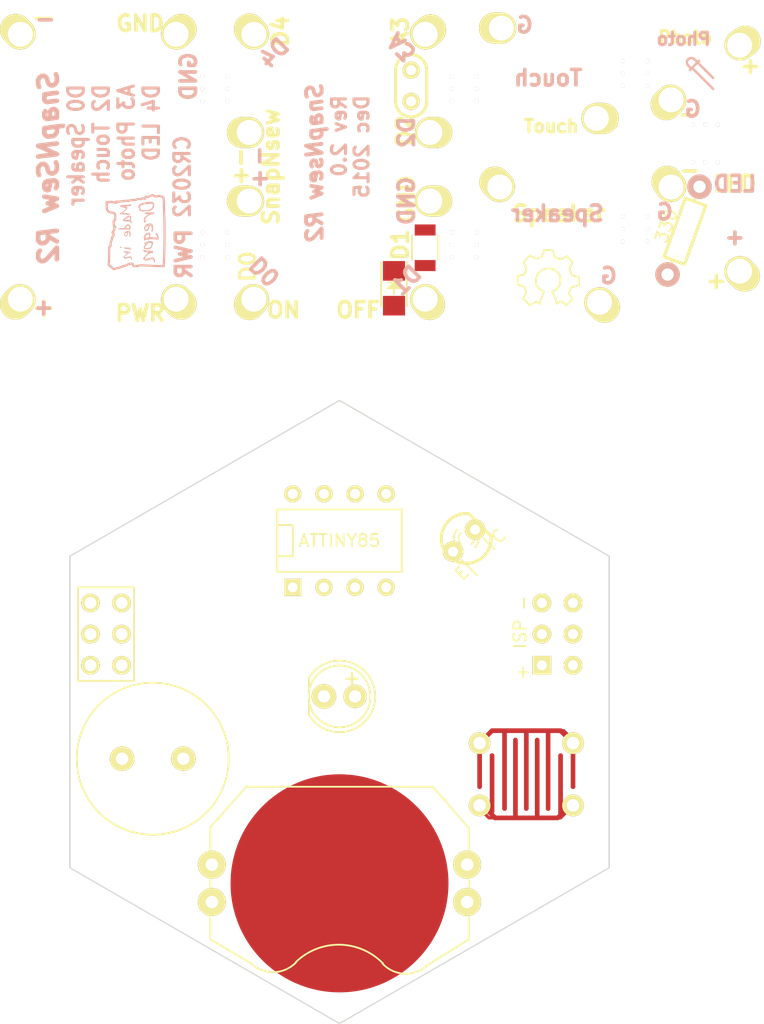
<source format=kicad_pcb>
(kicad_pcb (version 4) (host pcbnew "(2015-08-15 BZR 6092)-product")

  (general
    (links 48)
    (no_connects 48)
    (area 41.809999 80.22868 177.499774 142.340001)
    (thickness 1.6)
    (drawings 60)
    (tracks 0)
    (zones 0)
    (modules 49)
    (nets 12)
  )

  (page USLetter)
  (layers
    (0 F.Cu signal)
    (31 B.Cu signal)
    (32 B.Adhes user)
    (33 F.Adhes user)
    (34 B.Paste user hide)
    (35 F.Paste user hide)
    (36 B.SilkS user)
    (37 F.SilkS user)
    (38 B.Mask user)
    (39 F.Mask user)
    (40 Dwgs.User user hide)
    (41 Cmts.User user)
    (42 Eco1.User user)
    (43 Eco2.User user)
    (44 Edge.Cuts user)
    (45 Margin user)
    (46 B.CrtYd user)
    (47 F.CrtYd user)
    (48 B.Fab user)
    (49 F.Fab user)
  )

  (setup
    (last_trace_width 0.25)
    (user_trace_width 0.3048)
    (user_trace_width 0.4064)
    (user_trace_width 0.6096)
    (trace_clearance 0.2)
    (zone_clearance 0.508)
    (zone_45_only no)
    (trace_min 0.2)
    (segment_width 0.2)
    (edge_width 0.1)
    (via_size 0.6)
    (via_drill 0.4)
    (via_min_size 0.4)
    (via_min_drill 0.3)
    (uvia_size 0.3)
    (uvia_drill 0.1)
    (uvias_allowed no)
    (uvia_min_size 0.2)
    (uvia_min_drill 0.1)
    (pcb_text_width 0.3)
    (pcb_text_size 1.27 1.27)
    (mod_edge_width 0.15)
    (mod_text_size 1.016 1.016)
    (mod_text_width 0.127)
    (pad_size 2 2)
    (pad_drill 1.00076)
    (pad_to_mask_clearance 0)
    (aux_axis_origin 111.76 109.855)
    (grid_origin 0.889 0.508)
    (visible_elements 7FFFFFFF)
    (pcbplotparams
      (layerselection 0x010f0_80000001)
      (usegerberextensions true)
      (excludeedgelayer true)
      (linewidth 0.100000)
      (plotframeref false)
      (viasonmask false)
      (mode 1)
      (useauxorigin false)
      (hpglpennumber 1)
      (hpglpenspeed 20)
      (hpglpendiameter 15)
      (hpglpenoverlay 2)
      (psnegative false)
      (psa4output false)
      (plotreference true)
      (plotvalue true)
      (plotinvisibletext false)
      (padsonsilk false)
      (subtractmaskfromsilk false)
      (outputformat 1)
      (mirror false)
      (drillshape 0)
      (scaleselection 1)
      (outputdirectory gerbers/))
  )

  (net 0 "")
  (net 1 "Net-(BT1-Pad1)")
  (net 2 GND)
  (net 3 +BATT)
  (net 4 "Net-(IC1-Pad2)")
  (net 5 "Net-(D3-Pad1)")
  (net 6 "Net-(D3-Pad2)")
  (net 7 "Net-(CON1-Pad5)")
  (net 8 "Net-(CON1-Pad4)")
  (net 9 "Net-(CON1-Pad1)")
  (net 10 "Net-(CON1-Pad3)")
  (net 11 "Net-(D1-Pad1)")

  (net_class Default "This is the default net class."
    (clearance 0.2)
    (trace_width 0.25)
    (via_dia 0.6)
    (via_drill 0.4)
    (uvia_dia 0.3)
    (uvia_drill 0.1)
    (add_net +BATT)
    (add_net GND)
    (add_net "Net-(BT1-Pad1)")
    (add_net "Net-(CON1-Pad1)")
    (add_net "Net-(CON1-Pad3)")
    (add_net "Net-(CON1-Pad4)")
    (add_net "Net-(CON1-Pad5)")
    (add_net "Net-(D1-Pad1)")
    (add_net "Net-(D3-Pad1)")
    (add_net "Net-(D3-Pad2)")
    (add_net "Net-(IC1-Pad2)")
  )

  (module Resistors_ThroughHole:Resistor_Horizontal_RM10mm (layer F.Cu) (tedit 565D0D0B) (tstamp 561AD81C)
    (at 168.656 102.235 250)
    (descr "Resistor, Axial,  RM 10mm, 1/3W,")
    (tags "Resistor, Axial, RM 10mm, 1/3W,")
    (path /553EFF3F)
    (fp_text reference R4 (at -1.778 -2.286 250) (layer F.SilkS) hide
      (effects (font (size 1 1) (thickness 0.15)))
    )
    (fp_text value 330 (at 0.119779 1.44306 250) (layer F.SilkS)
      (effects (font (size 1 1) (thickness 0.15)))
    )
    (fp_line (start -2.54 -1.016) (end -2.54 0.762) (layer F.SilkS) (width 0.254))
    (fp_line (start -2.54 0.762) (end 2.54 0.762) (layer F.SilkS) (width 0.254))
    (fp_line (start 2.54 0.762) (end 2.54 -1.016) (layer F.SilkS) (width 0.254))
    (fp_line (start 2.54 -1.016) (end -2.54 -1.016) (layer F.SilkS) (width 0.254))
    (fp_line (start -2.54 0) (end -3.81 0) (layer F.SilkS) (width 0.15))
    (fp_line (start 2.54 0) (end 3.81 0) (layer F.SilkS) (width 0.15))
    (pad 1 thru_hole circle (at -3.81 0 250) (size 1.99898 1.99898) (drill 1.00076) (layers *.Cu *.SilkS *.Mask)
      (net 2 GND))
    (pad 2 thru_hole circle (at 3.81 0 250) (size 1.99898 1.99898) (drill 1.00076) (layers *.Cu *.SilkS *.Mask)
      (net 5 "Net-(D3-Pad1)"))
    (model Resistors_ThroughHole.3dshapes/Resistor_Horizontal_RM10mm.wrl
      (at (xyz 0 0 0))
      (scale (xyz 0.4 0.4 0.4))
      (rotate (xyz 0 0 0))
    )
  )

  (module Symbols:Symbol_OSHW-Logo_SilkScreen (layer F.Cu) (tedit 561AFC6A) (tstamp 561AFB7A)
    (at 157.607 106.299)
    (descr "Symbol, OSHW-Logo, Silk Screen,")
    (tags "Symbol, OSHW-Logo, Silk Screen,")
    (fp_text reference REF** (at 0 -0.381) (layer F.SilkS) hide
      (effects (font (size 0.254 0.254) (thickness 0.0635)))
    )
    (fp_text value Symbol_OSHW-Logo_SilkScreen (at 0 0.381) (layer F.Fab) hide
      (effects (font (size 0.254 0.254) (thickness 0.0635)))
    )
    (fp_line (start -1.78054 0.92964) (end -2.03962 1.49098) (layer F.SilkS) (width 0.15))
    (fp_line (start -2.03962 1.49098) (end -1.50114 2.00914) (layer F.SilkS) (width 0.15))
    (fp_line (start -1.50114 2.00914) (end -0.98044 1.7399) (layer F.SilkS) (width 0.15))
    (fp_line (start -0.98044 1.7399) (end -0.70104 1.89992) (layer F.SilkS) (width 0.15))
    (fp_line (start 0.73914 1.8796) (end 1.06934 1.6891) (layer F.SilkS) (width 0.15))
    (fp_line (start 1.06934 1.6891) (end 1.50876 2.0193) (layer F.SilkS) (width 0.15))
    (fp_line (start 1.50876 2.0193) (end 1.9812 1.52908) (layer F.SilkS) (width 0.15))
    (fp_line (start 1.9812 1.52908) (end 1.69926 1.04902) (layer F.SilkS) (width 0.15))
    (fp_line (start 1.69926 1.04902) (end 1.88976 0.57912) (layer F.SilkS) (width 0.15))
    (fp_line (start 1.88976 0.57912) (end 2.49936 0.39116) (layer F.SilkS) (width 0.15))
    (fp_line (start 2.49936 0.39116) (end 2.49936 -0.28956) (layer F.SilkS) (width 0.15))
    (fp_line (start 2.49936 -0.28956) (end 1.94056 -0.42926) (layer F.SilkS) (width 0.15))
    (fp_line (start 1.94056 -0.42926) (end 1.7399 -1.00076) (layer F.SilkS) (width 0.15))
    (fp_line (start 1.7399 -1.00076) (end 2.00914 -1.47066) (layer F.SilkS) (width 0.15))
    (fp_line (start 2.00914 -1.47066) (end 1.53924 -1.9812) (layer F.SilkS) (width 0.15))
    (fp_line (start 1.53924 -1.9812) (end 1.02108 -1.71958) (layer F.SilkS) (width 0.15))
    (fp_line (start 1.02108 -1.71958) (end 0.55118 -1.92024) (layer F.SilkS) (width 0.15))
    (fp_line (start 0.55118 -1.92024) (end 0.381 -2.46126) (layer F.SilkS) (width 0.15))
    (fp_line (start 0.381 -2.46126) (end -0.30988 -2.47904) (layer F.SilkS) (width 0.15))
    (fp_line (start -0.30988 -2.47904) (end -0.5207 -1.9304) (layer F.SilkS) (width 0.15))
    (fp_line (start -0.5207 -1.9304) (end -0.9398 -1.76022) (layer F.SilkS) (width 0.15))
    (fp_line (start -0.9398 -1.76022) (end -1.49098 -2.02946) (layer F.SilkS) (width 0.15))
    (fp_line (start -1.49098 -2.02946) (end -2.00914 -1.50114) (layer F.SilkS) (width 0.15))
    (fp_line (start -2.00914 -1.50114) (end -1.76022 -0.96012) (layer F.SilkS) (width 0.15))
    (fp_line (start -1.76022 -0.96012) (end -1.9304 -0.48006) (layer F.SilkS) (width 0.15))
    (fp_line (start -1.9304 -0.48006) (end -2.47904 -0.381) (layer F.SilkS) (width 0.15))
    (fp_line (start -2.47904 -0.381) (end -2.4892 0.32004) (layer F.SilkS) (width 0.15))
    (fp_line (start -2.4892 0.32004) (end -1.9304 0.5207) (layer F.SilkS) (width 0.15))
    (fp_line (start -1.9304 0.5207) (end -1.7907 0.91948) (layer F.SilkS) (width 0.15))
    (fp_line (start 0.35052 0.89916) (end 0.65024 0.7493) (layer F.SilkS) (width 0.15))
    (fp_line (start 0.65024 0.7493) (end 0.8509 0.55118) (layer F.SilkS) (width 0.15))
    (fp_line (start 0.8509 0.55118) (end 1.00076 0.14986) (layer F.SilkS) (width 0.15))
    (fp_line (start 1.00076 0.14986) (end 1.00076 -0.24892) (layer F.SilkS) (width 0.15))
    (fp_line (start 1.00076 -0.24892) (end 0.8509 -0.59944) (layer F.SilkS) (width 0.15))
    (fp_line (start 0.8509 -0.59944) (end 0.39878 -0.94996) (layer F.SilkS) (width 0.15))
    (fp_line (start 0.39878 -0.94996) (end -0.0508 -1.00076) (layer F.SilkS) (width 0.15))
    (fp_line (start -0.0508 -1.00076) (end -0.44958 -0.89916) (layer F.SilkS) (width 0.15))
    (fp_line (start -0.44958 -0.89916) (end -0.8509 -0.55118) (layer F.SilkS) (width 0.15))
    (fp_line (start -0.8509 -0.55118) (end -1.00076 -0.09906) (layer F.SilkS) (width 0.15))
    (fp_line (start -1.00076 -0.09906) (end -0.94996 0.39878) (layer F.SilkS) (width 0.15))
    (fp_line (start -0.94996 0.39878) (end -0.70104 0.70104) (layer F.SilkS) (width 0.15))
    (fp_line (start -0.70104 0.70104) (end -0.35052 0.89916) (layer F.SilkS) (width 0.15))
    (fp_line (start -0.35052 0.89916) (end -0.70104 1.89992) (layer F.SilkS) (width 0.15))
    (fp_line (start 0.35052 0.89916) (end 0.7493 1.89992) (layer F.SilkS) (width 0.15))
  )

  (module myISP (layer F.Cu) (tedit 561AD9E0) (tstamp 561A9013)
    (at 159.639 137.668 180)
    (descr "Through hole pin header")
    (tags "pin header")
    (path /561A9A26)
    (fp_text reference CON1 (at -1.778 2.54 270) (layer F.SilkS) hide
      (effects (font (size 1 1) (thickness 0.15)))
    )
    (fp_text value ISP (at 4.318 2.54 450) (layer F.SilkS)
      (effects (font (size 1 1) (thickness 0.15)))
    )
    (fp_text user - (at 4.064 5.08 270) (layer F.SilkS)
      (effects (font (size 1 1) (thickness 0.15)))
    )
    (fp_text user + (at 4.064 -0.508 180) (layer F.SilkS)
      (effects (font (size 1 1) (thickness 0.15)))
    )
    (fp_line (start -1.75 -1.75) (end -1.75 6.85) (layer F.CrtYd) (width 0.05))
    (fp_line (start 4.3 -1.75) (end 4.3 6.85) (layer F.CrtYd) (width 0.05))
    (fp_line (start -1.75 -1.75) (end 4.3 -1.75) (layer F.CrtYd) (width 0.05))
    (fp_line (start -1.75 6.85) (end 4.3 6.85) (layer F.CrtYd) (width 0.05))
    (pad 1 thru_hole circle (at 0 0 180) (size 1.524 1.524) (drill 0.8128) (layers *.Cu *.Mask F.SilkS)
      (net 9 "Net-(CON1-Pad1)"))
    (pad 2 thru_hole rect (at 2.54 0 180) (size 1.524 1.524) (drill 0.8128) (layers *.Cu *.Mask F.SilkS)
      (net 3 +BATT))
    (pad 3 thru_hole circle (at 0 2.54 180) (size 1.524 1.524) (drill 0.8128) (layers *.Cu *.Mask F.SilkS)
      (net 10 "Net-(CON1-Pad3)"))
    (pad 4 thru_hole circle (at 2.54 2.54 180) (size 1.524 1.524) (drill 0.8128) (layers *.Cu *.Mask F.SilkS)
      (net 8 "Net-(CON1-Pad4)"))
    (pad 5 thru_hole circle (at 0 5.08 180) (size 1.524 1.524) (drill 0.8128) (layers *.Cu *.Mask F.SilkS)
      (net 7 "Net-(CON1-Pad5)"))
    (pad 6 thru_hole oval (at 2.54 5.08 180) (size 1.524 1.524) (drill 0.8128) (layers *.Cu *.Mask F.SilkS)
      (net 2 GND))
    (model Pin_Headers.3dshapes/Pin_Header_Straight_2x03.wrl
      (at (xyz 0.05 -0.1 0))
      (scale (xyz 1 1 1))
      (rotate (xyz 0 0 90))
    )
  )

  (module myFootPrints:BATT_CR2032 (layer F.Cu) (tedit 0) (tstamp 55417384)
    (at 140.589 155.448)
    (tags battery)
    (path /553F9619)
    (fp_text reference BT1 (at 0 5.08) (layer F.SilkS) hide
      (effects (font (size 1.72974 1.08712) (thickness 0.27178)))
    )
    (fp_text value Battery (at 0 -2.54) (layer F.SilkS) hide
      (effects (font (size 1.524 1.016) (thickness 0.254)))
    )
    (fp_line (start -7.1755 6.5405) (end -10.541 4.572) (layer F.SilkS) (width 0.15))
    (fp_line (start 7.1755 6.6675) (end 10.541 4.572) (layer F.SilkS) (width 0.15))
    (fp_arc (start -5.4229 4.6355) (end -3.5179 6.4135) (angle 90) (layer F.SilkS) (width 0.15))
    (fp_arc (start 5.4102 4.7625) (end 7.1882 6.6675) (angle 90) (layer F.SilkS) (width 0.15))
    (fp_arc (start -0.0635 10.033) (end -3.556 6.4135) (angle 90) (layer F.SilkS) (width 0.15))
    (fp_line (start 7.62 -7.874) (end 10.541 -4.5085) (layer F.SilkS) (width 0.15))
    (fp_line (start -10.541 -4.572) (end -7.5565 -7.9375) (layer F.SilkS) (width 0.15))
    (fp_line (start -7.62 -7.874) (end 7.62 -7.874) (layer F.SilkS) (width 0.15))
    (fp_line (start -10.541 4.572) (end -10.541 -4.572) (layer F.SilkS) (width 0.15))
    (fp_line (start 10.541 4.572) (end 10.541 -4.572) (layer F.SilkS) (width 0.15))
    (fp_circle (center 0 0) (end -10.16 0) (layer Dwgs.User) (width 0.15))
    (pad 1 thru_hole circle (at -10.414 1.524) (size 2.286 2.286) (drill 1.016) (layers *.Cu *.Mask F.SilkS)
      (net 1 "Net-(BT1-Pad1)"))
    (pad 1 thru_hole circle (at 10.414 1.524) (size 2.286 2.286) (drill 1.016) (layers *.Cu *.Mask F.SilkS)
      (net 1 "Net-(BT1-Pad1)"))
    (pad 1 thru_hole circle (at -10.414 -1.524) (size 2.286 2.286) (drill 1.016) (layers *.Cu *.Mask F.SilkS)
      (net 1 "Net-(BT1-Pad1)"))
    (pad 1 thru_hole circle (at 10.414 -1.524) (size 2.286 2.286) (drill 1.016) (layers *.Cu *.Mask F.SilkS)
      (net 1 "Net-(BT1-Pad1)"))
    (pad 2 smd circle (at 0 0) (size 17.78 17.78) (layers F.Cu F.Paste F.Mask)
      (net 2 GND))
  )

  (module Housings_DIP:DIP-8__300 (layer F.Cu) (tedit 554199E2) (tstamp 55417431)
    (at 140.589 127.508)
    (descr "8 pins DIL package, round pads")
    (tags DIL)
    (path /553EFD0A)
    (fp_text reference IC1 (at -6.35 0 90) (layer F.SilkS) hide
      (effects (font (size 1 1) (thickness 0.15)))
    )
    (fp_text value ATTINY85 (at 0 0) (layer F.SilkS)
      (effects (font (size 1 1) (thickness 0.15)))
    )
    (fp_line (start -5.08 -1.27) (end -3.81 -1.27) (layer F.SilkS) (width 0.15))
    (fp_line (start -3.81 -1.27) (end -3.81 1.27) (layer F.SilkS) (width 0.15))
    (fp_line (start -3.81 1.27) (end -5.08 1.27) (layer F.SilkS) (width 0.15))
    (fp_line (start -5.08 -2.54) (end 5.08 -2.54) (layer F.SilkS) (width 0.15))
    (fp_line (start 5.08 -2.54) (end 5.08 2.54) (layer F.SilkS) (width 0.15))
    (fp_line (start 5.08 2.54) (end -5.08 2.54) (layer F.SilkS) (width 0.15))
    (fp_line (start -5.08 2.54) (end -5.08 -2.54) (layer F.SilkS) (width 0.15))
    (pad 1 thru_hole rect (at -3.81 3.81) (size 1.397 1.397) (drill 0.8128) (layers *.Cu *.Mask F.SilkS)
      (net 7 "Net-(CON1-Pad5)"))
    (pad 2 thru_hole circle (at -1.27 3.81) (size 1.397 1.397) (drill 0.8128) (layers *.Cu *.Mask F.SilkS)
      (net 4 "Net-(IC1-Pad2)"))
    (pad 3 thru_hole circle (at 1.27 3.81) (size 1.397 1.397) (drill 0.8128) (layers *.Cu *.Mask F.SilkS)
      (net 6 "Net-(D3-Pad2)"))
    (pad 4 thru_hole circle (at 3.81 3.81) (size 1.397 1.397) (drill 0.8128) (layers *.Cu *.Mask F.SilkS)
      (net 2 GND))
    (pad 5 thru_hole circle (at 3.81 -3.81) (size 1.397 1.397) (drill 0.8128) (layers *.Cu *.Mask F.SilkS)
      (net 8 "Net-(CON1-Pad4)"))
    (pad 6 thru_hole circle (at 1.27 -3.81) (size 1.397 1.397) (drill 0.8128) (layers *.Cu *.Mask F.SilkS)
      (net 9 "Net-(CON1-Pad1)"))
    (pad 7 thru_hole circle (at -1.27 -3.81) (size 1.397 1.397) (drill 0.8128) (layers *.Cu *.Mask F.SilkS)
      (net 10 "Net-(CON1-Pad3)"))
    (pad 8 thru_hole circle (at -3.81 -3.81) (size 1.397 1.397) (drill 0.8128) (layers *.Cu *.Mask F.SilkS)
      (net 3 +BATT))
    (model Sockets_DIP.3dshapes/DIP-8__300.wrl
      (at (xyz 0 0 0))
      (scale (xyz 1 1 1))
      (rotate (xyz 0 0 0))
    )
  )

  (module myFootPrints:C1 (layer F.Cu) (tedit 561AD904) (tstamp 55417B01)
    (at 146.431 90.424 270)
    (descr "Condensateur e = 1 pas")
    (tags C)
    (path /553FDF53)
    (fp_text reference C1 (at -1.905 -1.905 270) (layer F.SilkS) hide
      (effects (font (size 1.016 1.016) (thickness 0.254)))
    )
    (fp_text value "0.1 uF" (at -0.889 -2.032 270) (layer F.SilkS) hide
      (effects (font (size 1.016 1.016) (thickness 0.1778)))
    )
    (fp_line (start -1.27 -1.27) (end 1.27 -1.27) (layer F.SilkS) (width 0.254))
    (fp_line (start -1.27 1.27) (end 1.27 1.27) (layer F.SilkS) (width 0.254))
    (fp_arc (start -1.27 0) (end -1.27 1.27) (angle 90) (layer F.SilkS) (width 0.254))
    (fp_arc (start -1.27 0) (end -2.54 0) (angle 90) (layer F.SilkS) (width 0.254))
    (fp_arc (start 1.27 0) (end 2.54 0) (angle 90) (layer F.SilkS) (width 0.254))
    (fp_arc (start 1.27 0) (end 1.27 -1.27) (angle 90) (layer F.SilkS) (width 0.254))
    (pad 1 thru_hole circle (at -1.27 0 270) (size 1.397 1.397) (drill 0.8128) (layers *.Cu *.Mask F.SilkS)
      (net 2 GND))
    (pad 2 thru_hole circle (at 1.27 0 270) (size 1.397 1.397) (drill 0.8128) (layers *.Cu *.Mask F.SilkS)
      (net 3 +BATT))
    (model discret/capa_1_pas.wrl
      (at (xyz 0 0 0))
      (scale (xyz 1 1 1))
      (rotate (xyz 0 0 0))
    )
  )

  (module LEDs:LED-5MM (layer F.Cu) (tedit 561B301C) (tstamp 55F7839C)
    (at 139.319 140.208)
    (descr "LED 5mm round vertical")
    (tags "LED 5mm round vertical")
    (path /55F7837D)
    (fp_text reference D3 (at 1.524 4.064) (layer F.SilkS) hide
      (effects (font (size 1 1) (thickness 0.15)))
    )
    (fp_text value LED (at 1.47509 1.888395) (layer F.SilkS) hide
      (effects (font (size 1.27 1.27) (thickness 0.29972)))
    )
    (fp_line (start -1.5 -1.55) (end -1.5 1.55) (layer F.CrtYd) (width 0.05))
    (fp_arc (start 1.3 0) (end -1.5 1.55) (angle -302) (layer F.CrtYd) (width 0.05))
    (fp_arc (start 1.27 0) (end -1.23 -1.5) (angle 297.5) (layer F.SilkS) (width 0.15))
    (fp_line (start -1.23 1.5) (end -1.23 -1.5) (layer F.SilkS) (width 0.15))
    (fp_circle (center 1.27 0) (end 0.97 -2.5) (layer F.SilkS) (width 0.15))
    (fp_text user + (at 2.286 -1.524) (layer F.SilkS)
      (effects (font (size 1.2 1.2) (thickness 0.2)))
    )
    (pad 1 thru_hole circle (at 0 0 120) (size 2 2) (drill 1.00076) (layers *.Cu *.Mask F.SilkS)
      (net 5 "Net-(D3-Pad1)"))
    (pad 2 thru_hole circle (at 2.54 0 45) (size 1.9 1.9) (drill 1.00076) (layers *.Cu *.Mask F.SilkS)
      (net 6 "Net-(D3-Pad2)"))
    (model LEDs.3dshapes/LED-5MM.wrl
      (at (xyz 0.05 0 0))
      (scale (xyz 1 1 1))
      (rotate (xyz 0 0 90))
    )
  )

  (module myFootPrints:PHOTO_TRANS (layer F.Cu) (tedit 55419277) (tstamp 561A9918)
    (at 150.749 127.508 45)
    (descr "LED 3mm - Lead pitch 100mil (2,54mm)")
    (tags "LED led 3mm 3MM 100mil 2,54mm")
    (path /553F0F1B)
    (fp_text reference Q1 (at 2.54 0 135) (layer F.SilkS) hide
      (effects (font (size 0.762 0.762) (thickness 0.0889)))
    )
    (fp_text value LIGHT (at 0.35921 0.35921 135) (layer F.SilkS) hide
      (effects (font (size 0.508 0.508) (thickness 0.127)))
    )
    (fp_line (start -1.25 2.5) (end -1.25 2.75) (layer F.SilkS) (width 0.15))
    (fp_line (start -1.25 1) (end -1.25 2.5) (layer F.SilkS) (width 0.15))
    (fp_line (start 1.25 1) (end 1.25 2.25) (layer F.SilkS) (width 0.15))
    (fp_text user E (at -2 1.75 45) (layer F.SilkS)
      (effects (font (size 1 1) (thickness 0.15)))
    )
    (fp_text user C (at 2.25 1.75 45) (layer F.SilkS)
      (effects (font (size 1 1) (thickness 0.15)))
    )
    (fp_line (start 1.8288 1.27) (end 1.8288 -1.27) (layer F.SilkS) (width 0.254))
    (fp_arc (start 0.254 0) (end -0.381 0) (angle 90) (layer F.SilkS) (width 0.1524))
    (fp_arc (start 0.254 0) (end -0.762 0) (angle 90) (layer F.SilkS) (width 0.1524))
    (fp_arc (start 0.254 0) (end 0.889 0) (angle 90) (layer F.SilkS) (width 0.1524))
    (fp_arc (start 0.254 0) (end 1.27 0) (angle 90) (layer F.SilkS) (width 0.1524))
    (fp_arc (start 0.254 0) (end 0.254 -2.032) (angle 50.1) (layer F.SilkS) (width 0.254))
    (fp_arc (start 0.254 0) (end -1.5367 -0.95504) (angle 61.9) (layer F.SilkS) (width 0.254))
    (fp_arc (start 0.254 0) (end 1.8034 1.31064) (angle 49.7) (layer F.SilkS) (width 0.254))
    (fp_arc (start 0.254 0) (end 0.254 2.032) (angle 60.2) (layer F.SilkS) (width 0.254))
    (fp_arc (start 0.254 0) (end -1.778 0) (angle 28.3) (layer F.SilkS) (width 0.254))
    (fp_arc (start 0.254 0) (end -1.47574 1.06426) (angle 31.6) (layer F.SilkS) (width 0.254))
    (pad 1 thru_hole circle (at -1.27 0 45) (size 1.6764 1.6764) (drill 0.8128) (layers *.Cu *.Mask F.SilkS)
      (net 2 GND))
    (pad 3 thru_hole circle (at 1.27 0 90) (size 1.6764 1.6764) (drill 0.8128) (layers *.Cu *.Mask F.SilkS)
      (net 4 "Net-(IC1-Pad2)"))
    (model discret/leds/led3_vertical_verde.wrl
      (at (xyz 0 0 0))
      (scale (xyz 1 1 1))
      (rotate (xyz 0 0 0))
    )
  )

  (module myFootPrints:SEWPAD (layer F.Cu) (tedit 561AD6CC) (tstamp 561AD7E4)
    (at 127.254 86.233 315)
    (descr "Through hole pin header")
    (tags "pin header")
    (path /561AC3AE)
    (fp_text reference GND1 (at -1.077631 -4.130918 315) (layer F.SilkS) hide
      (effects (font (size 1 1) (thickness 0.15)))
    )
    (fp_text value CONN_01X01 (at 0 -0.254 315) (layer F.Fab) hide
      (effects (font (size 0.254 0.254) (thickness 0.0254)))
    )
    (pad 1 thru_hole oval (at 0 0 315) (size 2.54 3.048) (drill 2.032 (offset 0 -0.3048)) (layers *.Cu *.Mask F.SilkS)
      (net 2 GND))
    (model Pin_Headers.3dshapes/Pin_Header_Straight_1x01.wrl
      (at (xyz 0 0 0))
      (scale (xyz 1 1 1))
      (rotate (xyz 0 0 90))
    )
  )

  (module myFootPrints:SEWPAD (layer F.Cu) (tedit 561AD6CC) (tstamp 561AD7E8)
    (at 133.223 94.234 90)
    (descr "Through hole pin header")
    (tags "pin header")
    (path /561ACF54)
    (fp_text reference GND2 (at -1.077631 -4.130918 90) (layer F.SilkS) hide
      (effects (font (size 1 1) (thickness 0.15)))
    )
    (fp_text value CONN_01X01 (at 0 -0.254 90) (layer F.Fab) hide
      (effects (font (size 0.254 0.254) (thickness 0.0254)))
    )
    (pad 1 thru_hole oval (at 0 0 90) (size 2.54 3.048) (drill 2.032 (offset 0 -0.3048)) (layers *.Cu *.Mask F.SilkS)
      (net 2 GND))
    (model Pin_Headers.3dshapes/Pin_Header_Straight_1x01.wrl
      (at (xyz 0 0 0))
      (scale (xyz 1 1 1))
      (rotate (xyz 0 0 90))
    )
  )

  (module myFootPrints:SEWPAD (layer F.Cu) (tedit 561AD6CC) (tstamp 561AD7EC)
    (at 114.554 86.233 45)
    (descr "Through hole pin header")
    (tags "pin header")
    (path /561AD0DC)
    (fp_text reference GND3 (at -1.077631 -4.130918 45) (layer F.SilkS) hide
      (effects (font (size 1 1) (thickness 0.15)))
    )
    (fp_text value CONN_01X01 (at 0 -0.254 45) (layer F.Fab) hide
      (effects (font (size 0.254 0.254) (thickness 0.0254)))
    )
    (pad 1 thru_hole oval (at 0 0 45) (size 2.54 3.048) (drill 2.032 (offset 0 -0.3048)) (layers *.Cu *.Mask F.SilkS)
      (net 2 GND))
    (model Pin_Headers.3dshapes/Pin_Header_Straight_1x01.wrl
      (at (xyz 0 0 0))
      (scale (xyz 1 1 1))
      (rotate (xyz 0 0 90))
    )
  )

  (module myFootPrints:SEWPAD (layer F.Cu) (tedit 561AF216) (tstamp 561AD7F0)
    (at 147.955 99.822 270)
    (descr "Through hole pin header")
    (tags "pin header")
    (path /561ACE5A)
    (fp_text reference GND4 (at 0 -0.127 270) (layer F.SilkS) hide
      (effects (font (size 0.254 0.44196) (thickness 0.0635)))
    )
    (fp_text value CONN_01X01 (at 0 -0.254 270) (layer F.Fab) hide
      (effects (font (size 0.254 0.254) (thickness 0.0254)))
    )
    (pad 1 thru_hole oval (at 0 0 270) (size 2.54 3.048) (drill 2.032 (offset 0 -0.3048)) (layers *.Cu *.Mask F.SilkS)
      (net 2 GND))
    (model Pin_Headers.3dshapes/Pin_Header_Straight_1x01.wrl
      (at (xyz 0 0 0))
      (scale (xyz 1 1 1))
      (rotate (xyz 0 0 90))
    )
  )

  (module myFootPrints:SEWPAD (layer F.Cu) (tedit 561AD6CC) (tstamp 561AD7F4)
    (at 173.228 87.122 305)
    (descr "Through hole pin header")
    (tags "pin header")
    (path /561AE781)
    (fp_text reference L1 (at -1.077631 -4.130918 305) (layer F.SilkS) hide
      (effects (font (size 1 1) (thickness 0.15)))
    )
    (fp_text value CONN_01X01 (at 0 -0.254 305) (layer F.Fab) hide
      (effects (font (size 0.254 0.254) (thickness 0.0254)))
    )
    (pad 1 thru_hole oval (at 0 0 305) (size 2.54 3.048) (drill 2.032 (offset 0 -0.3048)) (layers *.Cu *.Mask F.SilkS)
      (net 4 "Net-(IC1-Pad2)"))
    (model Pin_Headers.3dshapes/Pin_Header_Straight_1x01.wrl
      (at (xyz 0 0 0))
      (scale (xyz 1 1 1))
      (rotate (xyz 0 0 90))
    )
  )

  (module myFootPrints:SEWPAD (layer F.Cu) (tedit 561AECEC) (tstamp 561AD7F8)
    (at 167.64 91.567 135)
    (descr "Through hole pin header")
    (tags "pin header")
    (path /561AE7FA)
    (fp_text reference L2 (at -1.077631 -4.130918 135) (layer F.SilkS) hide
      (effects (font (size 1 1) (thickness 0.15)))
    )
    (fp_text value CONN_01X01 (at 0 -0.254 135) (layer F.Fab) hide
      (effects (font (size 0.254 0.254) (thickness 0.0254)))
    )
    (pad 1 thru_hole oval (at 0 0 135) (size 2.54 3.048) (drill 2.032 (offset 0 -0.3048)) (layers *.Cu *.Mask F.SilkS)
      (net 2 GND))
    (model Pin_Headers.3dshapes/Pin_Header_Straight_1x01.wrl
      (at (xyz 0 0 0))
      (scale (xyz 1 1 1))
      (rotate (xyz 0 0 90))
    )
  )

  (module myFootPrints:SEWPAD (layer F.Cu) (tedit 561AF22C) (tstamp 561AD7FC)
    (at 133.604 107.823 140)
    (descr "Through hole pin header")
    (tags "pin header")
    (path /561AABF9)
    (fp_text reference P0 (at 0.097288 -0.081634 140) (layer F.SilkS) hide
      (effects (font (size 1 1) (thickness 0.15)))
    )
    (fp_text value CONN_01X01 (at 0 -0.254 140) (layer F.Fab) hide
      (effects (font (size 0.254 0.254) (thickness 0.0254)))
    )
    (pad 1 thru_hole oval (at 0 0 140) (size 2.54 3.048) (drill 2.032 (offset 0 -0.3048)) (layers *.Cu *.Mask F.SilkS)
      (net 8 "Net-(CON1-Pad4)"))
    (model Pin_Headers.3dshapes/Pin_Header_Straight_1x01.wrl
      (at (xyz 0 0 0))
      (scale (xyz 1 1 1))
      (rotate (xyz 0 0 90))
    )
  )

  (module myFootPrints:SEWPAD (layer F.Cu) (tedit 561AF242) (tstamp 561AD800)
    (at 147.574 107.823 220)
    (descr "Through hole pin header")
    (tags "pin header")
    (path /561AA070)
    (fp_text reference P1 (at -0.055883 -2.699479 220) (layer F.SilkS) hide
      (effects (font (size 1 1) (thickness 0.15)))
    )
    (fp_text value CONN_01X01 (at 0 -0.254 220) (layer F.Fab) hide
      (effects (font (size 0.254 0.254) (thickness 0.0254)))
    )
    (pad 1 thru_hole oval (at 0 0 220) (size 2.54 3.048) (drill 2.032 (offset 0 -0.3048)) (layers *.Cu *.Mask F.SilkS)
      (net 9 "Net-(CON1-Pad1)"))
    (model Pin_Headers.3dshapes/Pin_Header_Straight_1x01.wrl
      (at (xyz 0 0 0))
      (scale (xyz 1 1 1))
      (rotate (xyz 0 0 90))
    )
  )

  (module myFootPrints:SEWPAD (layer F.Cu) (tedit 561AF23D) (tstamp 561AD804)
    (at 147.955 94.234 270)
    (descr "Through hole pin header")
    (tags "pin header")
    (path /561AAB62)
    (fp_text reference P2 (at 0 -2.794 270) (layer F.SilkS) hide
      (effects (font (size 1 1) (thickness 0.15)))
    )
    (fp_text value CONN_01X01 (at 0 -0.254 270) (layer F.Fab) hide
      (effects (font (size 0.254 0.254) (thickness 0.0254)))
    )
    (pad 1 thru_hole oval (at 0 0 270) (size 2.54 3.048) (drill 2.032 (offset 0 -0.3048)) (layers *.Cu *.Mask F.SilkS)
      (net 10 "Net-(CON1-Pad3)"))
    (model Pin_Headers.3dshapes/Pin_Header_Straight_1x01.wrl
      (at (xyz 0 0 0))
      (scale (xyz 1 1 1))
      (rotate (xyz 0 0 90))
    )
  )

  (module myFootPrints:SEWPAD (layer F.Cu) (tedit 561AF237) (tstamp 561AD808)
    (at 147.574 86.233 310)
    (descr "Through hole pin header")
    (tags "pin header")
    (path /561AA12B)
    (fp_text reference P3 (at -0.121863 -2.423269 310) (layer F.SilkS) hide
      (effects (font (size 1 1) (thickness 0.15)))
    )
    (fp_text value CONN_01X01 (at 0 -0.254 310) (layer F.Fab) hide
      (effects (font (size 0.254 0.254) (thickness 0.0254)))
    )
    (pad 1 thru_hole oval (at 0 0 310) (size 2.54 3.048) (drill 2.032 (offset 0 -0.3048)) (layers *.Cu *.Mask F.SilkS)
      (net 4 "Net-(IC1-Pad2)"))
    (model Pin_Headers.3dshapes/Pin_Header_Straight_1x01.wrl
      (at (xyz 0 0 0))
      (scale (xyz 1 1 1))
      (rotate (xyz 0 0 90))
    )
  )

  (module myFootPrints:SEWPAD (layer F.Cu) (tedit 561AD6CC) (tstamp 561AD80C)
    (at 133.604 86.233 40)
    (descr "Through hole pin header")
    (tags "pin header")
    (path /561AAA95)
    (fp_text reference P4 (at -1.077631 -4.130918 40) (layer F.SilkS) hide
      (effects (font (size 1 1) (thickness 0.15)))
    )
    (fp_text value CONN_01X01 (at 0 -0.254 40) (layer F.Fab) hide
      (effects (font (size 0.254 0.254) (thickness 0.0254)))
    )
    (pad 1 thru_hole oval (at 0 0 40) (size 2.54 3.048) (drill 2.032 (offset 0 -0.3048)) (layers *.Cu *.Mask F.SilkS)
      (net 6 "Net-(D3-Pad2)"))
    (model Pin_Headers.3dshapes/Pin_Header_Straight_1x01.wrl
      (at (xyz 0 0 0))
      (scale (xyz 1 1 1))
      (rotate (xyz 0 0 90))
    )
  )

  (module myFootPrints:SEWPAD (layer F.Cu) (tedit 561AD6CC) (tstamp 561AD810)
    (at 133.223 99.822 90)
    (descr "Through hole pin header")
    (tags "pin header")
    (path /561AC4B8)
    (fp_text reference PWR1 (at -1.077631 -4.130918 90) (layer F.SilkS) hide
      (effects (font (size 1 1) (thickness 0.15)))
    )
    (fp_text value CONN_01X01 (at 0 -0.254 90) (layer F.Fab) hide
      (effects (font (size 0.254 0.254) (thickness 0.0254)))
    )
    (pad 1 thru_hole oval (at 0 0 90) (size 2.54 3.048) (drill 2.032 (offset 0 -0.3048)) (layers *.Cu *.Mask F.SilkS)
      (net 1 "Net-(BT1-Pad1)"))
    (model Pin_Headers.3dshapes/Pin_Header_Straight_1x01.wrl
      (at (xyz 0 0 0))
      (scale (xyz 1 1 1))
      (rotate (xyz 0 0 90))
    )
  )

  (module myFootPrints:SEWPAD (layer F.Cu) (tedit 561AF22F) (tstamp 561AD814)
    (at 114.554 107.823 135)
    (descr "Through hole pin header")
    (tags "pin header")
    (path /561ACDD2)
    (fp_text reference PWR2 (at -0.089803 -2.783879 135) (layer F.SilkS) hide
      (effects (font (size 1 1) (thickness 0.15)))
    )
    (fp_text value CONN_01X01 (at 0 -0.254 135) (layer F.Fab) hide
      (effects (font (size 0.254 0.254) (thickness 0.0254)))
    )
    (pad 1 thru_hole oval (at 0 0 135) (size 2.54 3.048) (drill 2.032 (offset 0 -0.3048)) (layers *.Cu *.Mask F.SilkS)
      (net 1 "Net-(BT1-Pad1)"))
    (model Pin_Headers.3dshapes/Pin_Header_Straight_1x01.wrl
      (at (xyz 0 0 0))
      (scale (xyz 1 1 1))
      (rotate (xyz 0 0 90))
    )
  )

  (module myFootPrints:SEWPAD (layer F.Cu) (tedit 561AF22A) (tstamp 561AD818)
    (at 127.254 107.823 225)
    (descr "Through hole pin header")
    (tags "pin header")
    (path /561ACD65)
    (fp_text reference PWR3 (at 0.898026 -2.873682 225) (layer F.SilkS) hide
      (effects (font (size 1 1) (thickness 0.15)))
    )
    (fp_text value CONN_01X01 (at 0 -0.254 225) (layer F.Fab) hide
      (effects (font (size 0.254 0.254) (thickness 0.0254)))
    )
    (pad 1 thru_hole oval (at 0 0 225) (size 2.54 3.048) (drill 2.032 (offset 0 -0.3048)) (layers *.Cu *.Mask F.SilkS)
      (net 1 "Net-(BT1-Pad1)"))
    (model Pin_Headers.3dshapes/Pin_Header_Straight_1x01.wrl
      (at (xyz 0 0 0))
      (scale (xyz 1 1 1))
      (rotate (xyz 0 0 90))
    )
  )

  (module myFootPrints:SEWPAD (layer F.Cu) (tedit 561AF21C) (tstamp 561AD821)
    (at 153.67 98.679 45)
    (descr "Through hole pin header")
    (tags "pin header")
    (path /561AE5C3)
    (fp_text reference S1 (at 0.089803 -0.269408 45) (layer F.SilkS) hide
      (effects (font (size 1 1) (thickness 0.15)))
    )
    (fp_text value CONN_01X01 (at 0 -0.254 45) (layer F.Fab) hide
      (effects (font (size 0.254 0.254) (thickness 0.0254)))
    )
    (pad 1 thru_hole oval (at 0 0 45) (size 2.54 3.048) (drill 2.032 (offset 0 -0.3048)) (layers *.Cu *.Mask F.SilkS)
      (net 8 "Net-(CON1-Pad4)"))
    (model Pin_Headers.3dshapes/Pin_Header_Straight_1x01.wrl
      (at (xyz 0 0 0))
      (scale (xyz 1 1 1))
      (rotate (xyz 0 0 90))
    )
  )

  (module myFootPrints:SEWPAD (layer F.Cu) (tedit 561AF245) (tstamp 561AD825)
    (at 161.798 108.077 225)
    (descr "Through hole pin header")
    (tags "pin header")
    (path /561AE62C)
    (fp_text reference S2 (at 0.179605 -2.694077 225) (layer F.SilkS) hide
      (effects (font (size 1 1) (thickness 0.15)))
    )
    (fp_text value CONN_01X01 (at 0 -0.254 225) (layer F.Fab) hide
      (effects (font (size 0.254 0.254) (thickness 0.0254)))
    )
    (pad 1 thru_hole oval (at 0 0 225) (size 2.54 3.048) (drill 2.032 (offset 0 -0.3048)) (layers *.Cu *.Mask F.SilkS)
      (net 2 GND))
    (model Pin_Headers.3dshapes/Pin_Header_Straight_1x01.wrl
      (at (xyz 0 0 0))
      (scale (xyz 1 1 1))
      (rotate (xyz 0 0 90))
    )
  )

  (module myFootPrints:mySwitchDPDT (layer F.Cu) (tedit 561AD828) (tstamp 561AD829)
    (at 121.539 135.128 270)
    (descr "Switch Nikkai ref G1xJP")
    (tags "SWITCH DEV TOGGLE ILLUM SPDT")
    (path /553F9580)
    (fp_text reference SW1 (at 0 3.302 270) (layer F.SilkS) hide
      (effects (font (size 1 1) (thickness 0.15)))
    )
    (fp_text value SPST (at 0.254 -3.302 270) (layer F.Fab)
      (effects (font (size 1 1) (thickness 0.15)))
    )
    (fp_line (start 3.81 -2.286) (end 3.81 2.286) (layer F.SilkS) (width 0.15))
    (fp_line (start -3.81 -2.286) (end -3.81 2.286) (layer F.SilkS) (width 0.15))
    (fp_line (start -3.81 -2.286) (end 3.81 -2.286) (layer F.SilkS) (width 0.15))
    (fp_line (start 3.81 2.286) (end -3.81 2.286) (layer F.SilkS) (width 0.15))
    (pad 1 thru_hole circle (at -2.54 1.27 270) (size 1.524 1.524) (drill 0.9652) (layers *.Cu *.Mask F.SilkS)
      (net 1 "Net-(BT1-Pad1)"))
    (pad 2 thru_hole circle (at 0 1.27 270) (size 1.524 1.524) (drill 0.9652) (layers *.Cu *.Mask F.SilkS)
      (net 3 +BATT))
    (pad 3 thru_hole circle (at 2.54 1.27 270) (size 1.524 1.524) (drill 0.9652) (layers *.Cu *.Mask F.SilkS))
    (pad 4 thru_hole circle (at 2.54 -1.27 270) (size 1.524 1.524) (drill 0.9652) (layers *.Cu *.Mask F.SilkS))
    (pad 5 thru_hole circle (at 0 -1.27 270) (size 1.524 1.524) (drill 0.9652) (layers *.Cu *.Mask F.SilkS))
    (pad 6 thru_hole circle (at -2.54 -1.27 270) (size 1.524 1.524) (drill 0.9652) (layers *.Cu *.Mask F.SilkS))
    (model Buttons_Switches_ThroughHole.3dshapes/SW_NKK_G1xJP.wrl
      (at (xyz 0 0 0))
      (scale (xyz 0.33 0.33 0.33))
      (rotate (xyz 0 0 0))
    )
  )

  (module myFootPrints:SEWPAD (layer F.Cu) (tedit 561B2061) (tstamp 561AD832)
    (at 161.544 93.091 270)
    (descr "Through hole pin header")
    (tags "pin header")
    (path /561AE68C)
    (fp_text reference T1 (at -1.077631 -4.130918 270) (layer F.SilkS) hide
      (effects (font (size 1 1) (thickness 0.15)))
    )
    (fp_text value CONN_01X01 (at 0 -0.254 270) (layer F.Fab) hide
      (effects (font (size 0.254 0.254) (thickness 0.0254)))
    )
    (pad 1 thru_hole oval (at 0 0 270) (size 2.54 3.048) (drill 2.032 (offset 0 -0.3048)) (layers *.Cu *.Mask F.SilkS)
      (net 10 "Net-(CON1-Pad3)"))
    (model Pin_Headers.3dshapes/Pin_Header_Straight_1x01.wrl
      (at (xyz 0 0 0))
      (scale (xyz 1 1 1))
      (rotate (xyz 0 0 90))
    )
  )

  (module myFootPrints:SEWPAD (layer F.Cu) (tedit 561B2022) (tstamp 561AD836)
    (at 153.797 85.725 90)
    (descr "Through hole pin header")
    (tags "pin header")
    (path /561AE70F)
    (fp_text reference T2 (at -1.077631 -4.130918 90) (layer F.SilkS) hide
      (effects (font (size 1 1) (thickness 0.15)))
    )
    (fp_text value CONN_01X01 (at 0 -0.254 90) (layer F.Fab) hide
      (effects (font (size 0.254 0.254) (thickness 0.0254)))
    )
    (pad 1 thru_hole oval (at 0 0 90) (size 2.54 3.048) (drill 2.032 (offset 0 -0.3048)) (layers *.Cu *.Mask F.SilkS)
      (net 2 GND))
    (model Pin_Headers.3dshapes/Pin_Header_Straight_1x01.wrl
      (at (xyz 0 0 0))
      (scale (xyz 1 1 1))
      (rotate (xyz 0 0 90))
    )
  )

  (module myFootPrints:SEWPAD (layer F.Cu) (tedit 561AEB72) (tstamp 561AD83A)
    (at 173.228 105.537 225)
    (descr "Through hole pin header")
    (tags "pin header")
    (path /561AE8D0)
    (fp_text reference Z1 (at 0 -0.35921 225) (layer F.SilkS) hide
      (effects (font (size 1 1) (thickness 0.15)))
    )
    (fp_text value CONN_01X01 (at 0 -0.254 225) (layer F.Fab) hide
      (effects (font (size 0.254 0.254) (thickness 0.0254)))
    )
    (pad 1 thru_hole oval (at 0 0 225) (size 2.54 3.048) (drill 2.032 (offset 0 -0.3048)) (layers *.Cu *.Mask F.SilkS)
      (net 6 "Net-(D3-Pad2)"))
    (model Pin_Headers.3dshapes/Pin_Header_Straight_1x01.wrl
      (at (xyz 0 0 0))
      (scale (xyz 1 1 1))
      (rotate (xyz 0 0 90))
    )
  )

  (module myFootPrints:SEWPAD (layer F.Cu) (tedit 561B1B9F) (tstamp 561AD83E)
    (at 167.64 98.679 35)
    (descr "Through hole pin header")
    (tags "pin header")
    (path /561AE94F)
    (fp_text reference Z2 (at -1.077631 -4.130918 35) (layer F.SilkS) hide
      (effects (font (size 1 1) (thickness 0.15)))
    )
    (fp_text value CONN_01X01 (at 0 -0.254 35) (layer F.Fab) hide
      (effects (font (size 0.254 0.254) (thickness 0.0254)))
    )
    (pad 1 thru_hole oval (at 0 0 35) (size 2.54 3.048) (drill 2.032 (offset 0 -0.3048)) (layers *.Cu *.Mask F.SilkS)
      (net 2 GND))
    (model Pin_Headers.3dshapes/Pin_Header_Straight_1x01.wrl
      (at (xyz 0 0 0))
      (scale (xyz 1 1 1))
      (rotate (xyz 0 0 90))
    )
  )

  (module myFootPrints:MOUSEBITE (layer F.Cu) (tedit 561ADC6A) (tstamp 561ADC71)
    (at 129.413 90.678 90)
    (descr "module 1 pin (ou trou mecanique de percage)")
    (tags DEV)
    (fp_text reference REF** (at 0 0 90) (layer F.SilkS) hide
      (effects (font (size 0.254 0.254) (thickness 0.0254)))
    )
    (fp_text value 1pin (at 0.254 0 90) (layer F.Fab)
      (effects (font (size 0.254 0.254) (thickness 0.0254)))
    )
    (pad 1 thru_hole circle (at -1.016 0 90) (size 0.3302 0.3302) (drill 0.3302) (layers *.Cu *.Mask F.SilkS))
    (pad 1 thru_hole circle (at 1.016 0 90) (size 0.3302 0.3302) (drill 0.3302) (layers *.Cu *.Mask F.SilkS))
    (pad 1 thru_hole circle (at 0 0 90) (size 0.3302 0.3302) (drill 0.3302) (layers *.Cu *.Mask F.SilkS))
  )

  (module myFootPrints:MOUSEBITE (layer F.Cu) (tedit 561ADC6A) (tstamp 561ADC79)
    (at 131.445 90.678 90)
    (descr "module 1 pin (ou trou mecanique de percage)")
    (tags DEV)
    (fp_text reference REF** (at 0 0 90) (layer F.SilkS) hide
      (effects (font (size 0.254 0.254) (thickness 0.0254)))
    )
    (fp_text value 1pin (at 0.254 0 90) (layer F.Fab)
      (effects (font (size 0.254 0.254) (thickness 0.0254)))
    )
    (pad 1 thru_hole circle (at -1.016 0 90) (size 0.3302 0.3302) (drill 0.3302) (layers *.Cu *.Mask F.SilkS))
    (pad 1 thru_hole circle (at 1.016 0 90) (size 0.3302 0.3302) (drill 0.3302) (layers *.Cu *.Mask F.SilkS))
    (pad 1 thru_hole circle (at 0 0 90) (size 0.3302 0.3302) (drill 0.3302) (layers *.Cu *.Mask F.SilkS))
  )

  (module myFootPrints:MOUSEBITE (layer F.Cu) (tedit 561ADC6A) (tstamp 561ADC80)
    (at 129.413 103.378 90)
    (descr "module 1 pin (ou trou mecanique de percage)")
    (tags DEV)
    (fp_text reference REF** (at 0 0 90) (layer F.SilkS) hide
      (effects (font (size 0.254 0.254) (thickness 0.0254)))
    )
    (fp_text value 1pin (at 0.254 0 90) (layer F.Fab)
      (effects (font (size 0.254 0.254) (thickness 0.0254)))
    )
    (pad 1 thru_hole circle (at -1.016 0 90) (size 0.3302 0.3302) (drill 0.3302) (layers *.Cu *.Mask F.SilkS))
    (pad 1 thru_hole circle (at 1.016 0 90) (size 0.3302 0.3302) (drill 0.3302) (layers *.Cu *.Mask F.SilkS))
    (pad 1 thru_hole circle (at 0 0 90) (size 0.3302 0.3302) (drill 0.3302) (layers *.Cu *.Mask F.SilkS))
  )

  (module myFootPrints:MOUSEBITE (layer F.Cu) (tedit 561ADC6A) (tstamp 561ADC86)
    (at 131.445 103.378 90)
    (descr "module 1 pin (ou trou mecanique de percage)")
    (tags DEV)
    (fp_text reference REF** (at 0 0 90) (layer F.SilkS) hide
      (effects (font (size 0.254 0.254) (thickness 0.0254)))
    )
    (fp_text value 1pin (at 0.254 0 90) (layer F.Fab)
      (effects (font (size 0.254 0.254) (thickness 0.0254)))
    )
    (pad 1 thru_hole circle (at -1.016 0 90) (size 0.3302 0.3302) (drill 0.3302) (layers *.Cu *.Mask F.SilkS))
    (pad 1 thru_hole circle (at 1.016 0 90) (size 0.3302 0.3302) (drill 0.3302) (layers *.Cu *.Mask F.SilkS))
    (pad 1 thru_hole circle (at 0 0 90) (size 0.3302 0.3302) (drill 0.3302) (layers *.Cu *.Mask F.SilkS))
  )

  (module myFootPrints:MOUSEBITE (layer F.Cu) (tedit 561ADC6A) (tstamp 561ADC8F)
    (at 149.733 103.378 90)
    (descr "module 1 pin (ou trou mecanique de percage)")
    (tags DEV)
    (fp_text reference REF** (at 0 0 90) (layer F.SilkS) hide
      (effects (font (size 0.254 0.254) (thickness 0.0254)))
    )
    (fp_text value 1pin (at 0.254 0 90) (layer F.Fab)
      (effects (font (size 0.254 0.254) (thickness 0.0254)))
    )
    (pad 1 thru_hole circle (at -1.016 0 90) (size 0.3302 0.3302) (drill 0.3302) (layers *.Cu *.Mask F.SilkS))
    (pad 1 thru_hole circle (at 1.016 0 90) (size 0.3302 0.3302) (drill 0.3302) (layers *.Cu *.Mask F.SilkS))
    (pad 1 thru_hole circle (at 0 0 90) (size 0.3302 0.3302) (drill 0.3302) (layers *.Cu *.Mask F.SilkS))
  )

  (module myFootPrints:MOUSEBITE (layer F.Cu) (tedit 561ADC6A) (tstamp 561ADCA8)
    (at 151.765 103.378 90)
    (descr "module 1 pin (ou trou mecanique de percage)")
    (tags DEV)
    (fp_text reference REF** (at 0 0 90) (layer F.SilkS) hide
      (effects (font (size 0.254 0.254) (thickness 0.0254)))
    )
    (fp_text value 1pin (at 0.254 0 90) (layer F.Fab)
      (effects (font (size 0.254 0.254) (thickness 0.0254)))
    )
    (pad 1 thru_hole circle (at -1.016 0 90) (size 0.3302 0.3302) (drill 0.3302) (layers *.Cu *.Mask F.SilkS))
    (pad 1 thru_hole circle (at 1.016 0 90) (size 0.3302 0.3302) (drill 0.3302) (layers *.Cu *.Mask F.SilkS))
    (pad 1 thru_hole circle (at 0 0 90) (size 0.3302 0.3302) (drill 0.3302) (layers *.Cu *.Mask F.SilkS))
  )

  (module myFootPrints:MOUSEBITE (layer F.Cu) (tedit 561ADC6A) (tstamp 561ADCAF)
    (at 163.703 102.108 90)
    (descr "module 1 pin (ou trou mecanique de percage)")
    (tags DEV)
    (fp_text reference REF** (at 0 0 90) (layer F.SilkS) hide
      (effects (font (size 0.254 0.254) (thickness 0.0254)))
    )
    (fp_text value 1pin (at 0.254 0 90) (layer F.Fab)
      (effects (font (size 0.254 0.254) (thickness 0.0254)))
    )
    (pad 1 thru_hole circle (at -1.016 0 90) (size 0.3302 0.3302) (drill 0.3302) (layers *.Cu *.Mask F.SilkS))
    (pad 1 thru_hole circle (at 1.016 0 90) (size 0.3302 0.3302) (drill 0.3302) (layers *.Cu *.Mask F.SilkS))
    (pad 1 thru_hole circle (at 0 0 90) (size 0.3302 0.3302) (drill 0.3302) (layers *.Cu *.Mask F.SilkS))
  )

  (module myFootPrints:MOUSEBITE (layer F.Cu) (tedit 561ADC6A) (tstamp 561ADCB2)
    (at 165.735 89.408 90)
    (descr "module 1 pin (ou trou mecanique de percage)")
    (tags DEV)
    (fp_text reference REF** (at 0 0 90) (layer F.SilkS) hide
      (effects (font (size 0.254 0.254) (thickness 0.0254)))
    )
    (fp_text value 1pin (at 0.254 0 90) (layer F.Fab)
      (effects (font (size 0.254 0.254) (thickness 0.0254)))
    )
    (pad 1 thru_hole circle (at -1.016 0 90) (size 0.3302 0.3302) (drill 0.3302) (layers *.Cu *.Mask F.SilkS))
    (pad 1 thru_hole circle (at 1.016 0 90) (size 0.3302 0.3302) (drill 0.3302) (layers *.Cu *.Mask F.SilkS))
    (pad 1 thru_hole circle (at 0 0 90) (size 0.3302 0.3302) (drill 0.3302) (layers *.Cu *.Mask F.SilkS))
  )

  (module myFootPrints:MOUSEBITE (layer F.Cu) (tedit 561ADC6A) (tstamp 561ADD3D)
    (at 163.703 89.408 90)
    (descr "module 1 pin (ou trou mecanique de percage)")
    (tags DEV)
    (fp_text reference REF** (at 0 0 90) (layer F.SilkS) hide
      (effects (font (size 0.254 0.254) (thickness 0.0254)))
    )
    (fp_text value 1pin (at 0.254 0 90) (layer F.Fab)
      (effects (font (size 0.254 0.254) (thickness 0.0254)))
    )
    (pad 1 thru_hole circle (at -1.016 0 90) (size 0.3302 0.3302) (drill 0.3302) (layers *.Cu *.Mask F.SilkS))
    (pad 1 thru_hole circle (at 1.016 0 90) (size 0.3302 0.3302) (drill 0.3302) (layers *.Cu *.Mask F.SilkS))
    (pad 1 thru_hole circle (at 0 0 90) (size 0.3302 0.3302) (drill 0.3302) (layers *.Cu *.Mask F.SilkS))
  )

  (module myFootPrints:MOUSEBITE (layer F.Cu) (tedit 561ADC6A) (tstamp 561ADD42)
    (at 165.735 102.108 90)
    (descr "module 1 pin (ou trou mecanique de percage)")
    (tags DEV)
    (fp_text reference REF** (at 0 0 90) (layer F.SilkS) hide
      (effects (font (size 0.254 0.254) (thickness 0.0254)))
    )
    (fp_text value 1pin (at 0.254 0 90) (layer F.Fab)
      (effects (font (size 0.254 0.254) (thickness 0.0254)))
    )
    (pad 1 thru_hole circle (at -1.016 0 90) (size 0.3302 0.3302) (drill 0.3302) (layers *.Cu *.Mask F.SilkS))
    (pad 1 thru_hole circle (at 1.016 0 90) (size 0.3302 0.3302) (drill 0.3302) (layers *.Cu *.Mask F.SilkS))
    (pad 1 thru_hole circle (at 0 0 90) (size 0.3302 0.3302) (drill 0.3302) (layers *.Cu *.Mask F.SilkS))
  )

  (module myFootPrints:MOUSEBITE (layer F.Cu) (tedit 561ADC6A) (tstamp 561ADD4F)
    (at 149.733 90.678 90)
    (descr "module 1 pin (ou trou mecanique de percage)")
    (tags DEV)
    (fp_text reference REF** (at 0 0 90) (layer F.SilkS) hide
      (effects (font (size 0.254 0.254) (thickness 0.0254)))
    )
    (fp_text value 1pin (at 0.254 0 90) (layer F.Fab)
      (effects (font (size 0.254 0.254) (thickness 0.0254)))
    )
    (pad 1 thru_hole circle (at -1.016 0 90) (size 0.3302 0.3302) (drill 0.3302) (layers *.Cu *.Mask F.SilkS))
    (pad 1 thru_hole circle (at 1.016 0 90) (size 0.3302 0.3302) (drill 0.3302) (layers *.Cu *.Mask F.SilkS))
    (pad 1 thru_hole circle (at 0 0 90) (size 0.3302 0.3302) (drill 0.3302) (layers *.Cu *.Mask F.SilkS))
  )

  (module myFootPrints:MOUSEBITE (layer F.Cu) (tedit 561ADC6A) (tstamp 561ADD54)
    (at 151.765 90.678 90)
    (descr "module 1 pin (ou trou mecanique de percage)")
    (tags DEV)
    (fp_text reference REF** (at 0 0 90) (layer F.SilkS) hide
      (effects (font (size 0.254 0.254) (thickness 0.0254)))
    )
    (fp_text value 1pin (at 0.254 0 90) (layer F.Fab)
      (effects (font (size 0.254 0.254) (thickness 0.0254)))
    )
    (pad 1 thru_hole circle (at -1.016 0 90) (size 0.3302 0.3302) (drill 0.3302) (layers *.Cu *.Mask F.SilkS))
    (pad 1 thru_hole circle (at 1.016 0 90) (size 0.3302 0.3302) (drill 0.3302) (layers *.Cu *.Mask F.SilkS))
    (pad 1 thru_hole circle (at 0 0 90) (size 0.3302 0.3302) (drill 0.3302) (layers *.Cu *.Mask F.SilkS))
  )

  (module myFootPrints:MOUSEBITE (layer F.Cu) (tedit 561ADC6A) (tstamp 561ADD5A)
    (at 170.434 96.647 180)
    (descr "module 1 pin (ou trou mecanique de percage)")
    (tags DEV)
    (fp_text reference REF** (at 0 0 180) (layer F.SilkS) hide
      (effects (font (size 0.254 0.254) (thickness 0.0254)))
    )
    (fp_text value 1pin (at 0.254 0 180) (layer F.Fab)
      (effects (font (size 0.254 0.254) (thickness 0.0254)))
    )
    (pad 1 thru_hole circle (at -1.016 0 180) (size 0.3302 0.3302) (drill 0.3302) (layers *.Cu *.Mask F.SilkS))
    (pad 1 thru_hole circle (at 1.016 0 180) (size 0.3302 0.3302) (drill 0.3302) (layers *.Cu *.Mask F.SilkS))
    (pad 1 thru_hole circle (at 0 0 180) (size 0.3302 0.3302) (drill 0.3302) (layers *.Cu *.Mask F.SilkS))
  )

  (module myFootPrints:MOUSEBITE (layer F.Cu) (tedit 561ADC6A) (tstamp 561ADDB7)
    (at 170.434 93.599 180)
    (descr "module 1 pin (ou trou mecanique de percage)")
    (tags DEV)
    (fp_text reference REF** (at 0 0 180) (layer F.SilkS) hide
      (effects (font (size 0.254 0.254) (thickness 0.0254)))
    )
    (fp_text value 1pin (at 0.254 0 180) (layer F.Fab)
      (effects (font (size 0.254 0.254) (thickness 0.0254)))
    )
    (pad 1 thru_hole circle (at -1.016 0 180) (size 0.3302 0.3302) (drill 0.3302) (layers *.Cu *.Mask F.SilkS))
    (pad 1 thru_hole circle (at 1.016 0 180) (size 0.3302 0.3302) (drill 0.3302) (layers *.Cu *.Mask F.SilkS))
    (pad 1 thru_hole circle (at 0 0 180) (size 0.3302 0.3302) (drill 0.3302) (layers *.Cu *.Mask F.SilkS))
  )

  (module myFootPrints:SW_PUSH_TOUCH (layer F.Cu) (tedit 561AF072) (tstamp 561AE5A3)
    (at 155.829 146.558)
    (path /553F2A7C)
    (fp_text reference TOUCH1 (at 0 1.27) (layer F.SilkS) hide
      (effects (font (size 1.016 1.016) (thickness 0.2032)))
    )
    (fp_text value SW_PUSH (at 0 -1.016) (layer F.SilkS) hide
      (effects (font (size 1.016 1.016) (thickness 0.254)))
    )
    (fp_line (start 0.889 3.429) (end 0.889 -2.794) (layer F.Cu) (width 0.381))
    (fp_line (start -0.889 3.429) (end -0.889 -2.794) (layer F.Cu) (width 0.381))
    (fp_line (start -3.81 -2.032) (end -3.81 1.016) (layer F.Cu) (width 0.381))
    (fp_line (start 3.81 -1.778) (end 3.81 1.016) (layer F.Cu) (width 0.381))
    (fp_line (start -2.794 3.048) (end -2.794 -1.524) (layer F.Cu) (width 0.381))
    (fp_line (start 2.794 3.302) (end 2.794 -1.524) (layer F.Cu) (width 0.381))
    (fp_line (start 1.778 -3.556) (end 1.778 2.794) (layer F.Cu) (width 0.381))
    (fp_line (start -1.778 -3.556) (end -1.778 2.794) (layer F.Cu) (width 0.381))
    (fp_line (start -3.556 2.54) (end -2.794 3.302) (layer F.Cu) (width 0.381))
    (fp_line (start -2.794 3.302) (end -2.54 3.556) (layer F.Cu) (width 0.381))
    (fp_line (start -2.54 3.556) (end 2.54 3.556) (layer F.Cu) (width 0.381))
    (fp_line (start 2.54 3.556) (end 3.81 2.54) (layer F.Cu) (width 0.381))
    (fp_line (start 0 -3.556) (end 0 2.794) (layer F.Cu) (width 0.381))
    (fp_line (start 3.81 -2.54) (end 2.794 -3.556) (layer F.Cu) (width 0.381))
    (fp_line (start 2.794 -3.556) (end -2.794 -3.556) (layer F.Cu) (width 0.381))
    (fp_line (start -2.794 -3.556) (end -3.81 -2.54) (layer F.Cu) (width 0.381))
    (fp_line (start -3.302 -3.048) (end -2.794 -3.556) (layer F.Cu) (width 0.254))
    (fp_line (start -2.794 -3.556) (end 3.048 -3.556) (layer F.Cu) (width 0.254))
    (fp_line (start 3.048 -3.556) (end 3.556 -3.048) (layer F.Cu) (width 0.254))
    (fp_line (start -3.556 3.048) (end -3.048 3.556) (layer F.Cu) (width 0.254))
    (fp_line (start -3.048 3.556) (end 2.794 3.556) (layer F.Cu) (width 0.254))
    (fp_line (start 2.794 3.556) (end 3.302 3.048) (layer F.Cu) (width 0.254))
    (pad 1 thru_hole circle (at 3.81 -2.54) (size 1.778 1.778) (drill 1.016) (layers *.Cu *.Mask F.SilkS)
      (net 10 "Net-(CON1-Pad3)"))
    (pad 2 thru_hole circle (at 3.81 2.54) (size 1.778 1.778) (drill 1.016) (layers *.Cu *.Mask F.SilkS)
      (net 2 GND))
    (pad 1 thru_hole circle (at -3.81 -2.54) (size 1.778 1.778) (drill 1.016) (layers *.Cu *.Mask F.SilkS)
      (net 10 "Net-(CON1-Pad3)"))
    (pad 2 thru_hole circle (at -3.81 2.54) (size 1.778 1.778) (drill 1.016) (layers *.Cu *.Mask F.SilkS)
      (net 2 GND))
    (pad 3 smd circle (at 0 0) (size 7.62 7.62) (layers F.Paste F.Mask))
  )

  (module myFootPrints:PS1240_piezo (layer F.Cu) (tedit 561AF04D) (tstamp 561AEFAA)
    (at 125.349 145.288 180)
    (descr "piezo speaker 12 mm")
    (tags "buzzer speaker piezo")
    (path /561A890F)
    (fp_text reference SP1 (at 0 -2.5 180) (layer F.SilkS) hide
      (effects (font (size 1 1) (thickness 0.15)))
    )
    (fp_text value SPEAKER (at 0 3.5 180) (layer F.Fab)
      (effects (font (size 1 1) (thickness 0.15)))
    )
    (fp_circle (center 0 0) (end 6.20014 0) (layer F.SilkS) (width 0.15))
    (pad 1 thru_hole circle (at -2.5 0 180) (size 2 2) (drill 1.00076) (layers *.Cu *.Mask F.SilkS)
      (net 2 GND))
    (pad 2 thru_hole circle (at 2.5 0 180) (size 2 2) (drill 1.00076) (layers *.Cu *.Mask F.SilkS)
      (net 8 "Net-(CON1-Pad4)"))
    (model Buzzers_Beepers.3dshapes/Buzzer_12x9.5RM7.6.wrl
      (at (xyz 0 0 0))
      (scale (xyz 4 4 4))
      (rotate (xyz 0 0 0))
    )
  )

  (module myFootPrints:MadeInOregonRev25 (layer F.Cu) (tedit 0) (tstamp 561AF82F)
    (at 123.952 102.362 90)
    (fp_text reference VAL (at 0 0 90) (layer F.SilkS) hide
      (effects (font (size 1.143 1.143) (thickness 0.1778)))
    )
    (fp_text value MadeInOregonRev25 (at 0 0 90) (layer F.SilkS) hide
      (effects (font (size 1.143 1.143) (thickness 0.1778)))
    )
    (fp_poly (pts (xy -3.09626 -1.76022) (xy -3.09626 -1.72212) (xy -3.09372 -1.69672) (xy -3.09118 -1.67386)
      (xy -3.0861 -1.65608) (xy -3.07594 -1.63576) (xy -3.0734 -1.62814) (xy -3.0607 -1.6002)
      (xy -3.05054 -1.5748) (xy -3.04038 -1.54432) (xy -3.03022 -1.50876) (xy -3.02006 -1.46304)
      (xy -3.00736 -1.4097) (xy -3.00228 -1.39192) (xy -2.98704 -1.31826) (xy -2.96926 -1.2573)
      (xy -2.95402 -1.20396) (xy -2.9337 -1.15824) (xy -2.91338 -1.1176) (xy -2.91338 -1.74752)
      (xy -2.91338 -1.76276) (xy -2.91084 -1.77546) (xy -2.90322 -1.78816) (xy -2.89052 -1.8034)
      (xy -2.86766 -1.82118) (xy -2.8575 -1.83134) (xy -2.82956 -1.8542) (xy -2.80416 -1.8796)
      (xy -2.78638 -1.90246) (xy -2.77876 -1.91008) (xy -2.76606 -1.92786) (xy -2.74574 -1.95326)
      (xy -2.72034 -1.98374) (xy -2.69494 -2.01422) (xy -2.6924 -2.01676) (xy -2.66954 -2.0447)
      (xy -2.64922 -2.0701) (xy -2.63652 -2.08788) (xy -2.6289 -2.09804) (xy -2.6289 -2.10058)
      (xy -2.62382 -2.10566) (xy -2.60604 -2.10566) (xy -2.58064 -2.10566) (xy -2.55016 -2.10058)
      (xy -2.51968 -2.0955) (xy -2.50952 -2.09296) (xy -2.49682 -2.09042) (xy -2.48412 -2.08534)
      (xy -2.46888 -2.08534) (xy -2.4511 -2.0828) (xy -2.4257 -2.08026) (xy -2.39268 -2.07772)
      (xy -2.35458 -2.07772) (xy -2.30632 -2.07518) (xy -2.2479 -2.07518) (xy -2.17678 -2.07264)
      (xy -2.09296 -2.0701) (xy -2.03962 -2.0701) (xy -1.95326 -2.06756) (xy -1.8669 -2.06756)
      (xy -1.78054 -2.06502) (xy -1.69672 -2.06502) (xy -1.61798 -2.06248) (xy -1.54686 -2.06248)
      (xy -1.48336 -2.06248) (xy -1.4351 -2.06248) (xy -1.4224 -2.06248) (xy -1.22936 -2.06248)
      (xy -1.1684 -2.00152) (xy -1.10744 -1.9431) (xy -1.0668 -1.9431) (xy -1.03886 -1.9431)
      (xy -1.0033 -1.94564) (xy -0.97536 -1.95072) (xy -0.94234 -1.95326) (xy -0.91186 -1.95072)
      (xy -0.87884 -1.94564) (xy -0.8382 -1.93548) (xy -0.79248 -1.9177) (xy -0.7366 -1.89484)
      (xy -0.72136 -1.88976) (xy -0.67818 -1.86944) (xy -0.64516 -1.85674) (xy -0.61722 -1.84912)
      (xy -0.59182 -1.84404) (xy -0.56388 -1.83896) (xy -0.5461 -1.83642) (xy -0.50038 -1.83134)
      (xy -0.46482 -1.82626) (xy -0.43688 -1.81864) (xy -0.41656 -1.80848) (xy -0.39624 -1.79578)
      (xy -0.37592 -1.77546) (xy -0.37338 -1.77292) (xy -0.35052 -1.7526) (xy -0.32512 -1.73482)
      (xy -0.30734 -1.72212) (xy -0.30734 -1.72212) (xy -0.28702 -1.71704) (xy -0.25654 -1.71196)
      (xy -0.22098 -1.70434) (xy -0.18288 -1.7018) (xy -0.14986 -1.69672) (xy -0.12446 -1.69672)
      (xy -0.10922 -1.69926) (xy -0.09652 -1.70688) (xy -0.07366 -1.71958) (xy -0.05334 -1.73736)
      (xy -0.03048 -1.75768) (xy -0.01524 -1.7653) (xy -0.00508 -1.76784) (xy 0 -1.7653)
      (xy 0.01016 -1.75768) (xy 0.03048 -1.74498) (xy 0.05842 -1.7272) (xy 0.0889 -1.70688)
      (xy 0.09652 -1.7018) (xy 0.18288 -1.64846) (xy 0.25908 -1.64592) (xy 0.29464 -1.64338)
      (xy 0.3175 -1.64084) (xy 0.3302 -1.6383) (xy 0.34036 -1.63322) (xy 0.34544 -1.6256)
      (xy 0.34798 -1.62052) (xy 0.3683 -1.59766) (xy 0.39624 -1.58242) (xy 0.42672 -1.5748)
      (xy 0.4318 -1.5748) (xy 0.45974 -1.58242) (xy 0.48768 -1.6002) (xy 0.51562 -1.63068)
      (xy 0.52578 -1.64338) (xy 0.53848 -1.65608) (xy 0.5461 -1.66624) (xy 0.55626 -1.67386)
      (xy 0.56896 -1.68148) (xy 0.58928 -1.68402) (xy 0.61468 -1.6891) (xy 0.65278 -1.69418)
      (xy 0.70104 -1.69672) (xy 0.71628 -1.69926) (xy 0.8255 -1.70942) (xy 0.85598 -1.68148)
      (xy 0.89154 -1.64846) (xy 0.9271 -1.62306) (xy 0.95758 -1.60274) (xy 0.96774 -1.59766)
      (xy 0.9906 -1.59258) (xy 1.02362 -1.5875) (xy 1.0668 -1.58242) (xy 1.11252 -1.57734)
      (xy 1.16332 -1.57226) (xy 1.21158 -1.56972) (xy 1.2573 -1.56972) (xy 1.25984 -1.56972)
      (xy 1.3081 -1.56972) (xy 1.35128 -1.5748) (xy 1.39446 -1.57988) (xy 1.44272 -1.59004)
      (xy 1.48844 -1.6002) (xy 1.52146 -1.61036) (xy 1.54686 -1.62306) (xy 1.56972 -1.63576)
      (xy 1.59258 -1.65608) (xy 1.61798 -1.68148) (xy 1.63576 -1.7018) (xy 1.651 -1.72212)
      (xy 1.65862 -1.74498) (xy 1.66624 -1.77292) (xy 1.67386 -1.80848) (xy 1.6764 -1.85166)
      (xy 1.68148 -1.90246) (xy 1.6891 -1.9812) (xy 1.7018 -2.04978) (xy 1.72212 -2.10566)
      (xy 1.74752 -2.15138) (xy 1.75006 -2.15646) (xy 1.77546 -2.18186) (xy 1.81356 -2.2098)
      (xy 1.82626 -2.21742) (xy 1.8542 -2.23012) (xy 1.87706 -2.24028) (xy 1.89484 -2.24282)
      (xy 1.9177 -2.24282) (xy 1.92024 -2.24282) (xy 1.95834 -2.24282) (xy 2.00152 -2.25044)
      (xy 2.032 -2.25806) (xy 2.0701 -2.27076) (xy 2.09804 -2.27584) (xy 2.11582 -2.27838)
      (xy 2.13106 -2.2733) (xy 2.1463 -2.26822) (xy 2.15392 -2.26314) (xy 2.1844 -2.2479)
      (xy 2.22758 -2.24282) (xy 2.27584 -2.2479) (xy 2.29108 -2.25298) (xy 2.31394 -2.25806)
      (xy 2.33426 -2.26314) (xy 2.34188 -2.26314) (xy 2.34188 -2.25806) (xy 2.34442 -2.23774)
      (xy 2.34442 -2.21488) (xy 2.34442 -2.21234) (xy 2.34442 -2.1844) (xy 2.34696 -2.16408)
      (xy 2.35204 -2.1463) (xy 2.36474 -2.12852) (xy 2.3876 -2.0955) (xy 2.37998 -1.97612)
      (xy 2.37744 -1.9304) (xy 2.37236 -1.89738) (xy 2.36982 -1.87198) (xy 2.36474 -1.8542)
      (xy 2.35966 -1.83896) (xy 2.35204 -1.82372) (xy 2.34696 -1.8161) (xy 2.33172 -1.78562)
      (xy 2.3241 -1.75768) (xy 2.3241 -1.73736) (xy 2.32156 -1.70942) (xy 2.31902 -1.68656)
      (xy 2.31648 -1.67894) (xy 2.31394 -1.66116) (xy 2.30886 -1.63576) (xy 2.30886 -1.60274)
      (xy 2.30886 -1.59004) (xy 2.30886 -1.55702) (xy 2.30886 -1.5367) (xy 2.31394 -1.52146)
      (xy 2.32156 -1.5113) (xy 2.33172 -1.4986) (xy 2.33426 -1.49606) (xy 2.35458 -1.48082)
      (xy 2.3749 -1.4732) (xy 2.37744 -1.47066) (xy 2.3876 -1.47066) (xy 2.39268 -1.46558)
      (xy 2.39776 -1.45034) (xy 2.4003 -1.42494) (xy 2.40284 -1.39192) (xy 2.40538 -1.35382)
      (xy 2.40538 -1.33096) (xy 2.40792 -1.28778) (xy 2.413 -1.2319) (xy 2.42062 -1.16078)
      (xy 2.43332 -1.07442) (xy 2.4511 -0.97536) (xy 2.4511 -0.96774) (xy 2.45872 -0.92456)
      (xy 2.4638 -0.88392) (xy 2.46888 -0.85344) (xy 2.47142 -0.83058) (xy 2.47396 -0.82296)
      (xy 2.47396 -0.81026) (xy 2.47142 -0.7874) (xy 2.47142 -0.75692) (xy 2.46888 -0.72644)
      (xy 2.46888 -0.69342) (xy 2.46634 -0.66294) (xy 2.4638 -0.64262) (xy 2.46126 -0.635)
      (xy 2.4511 -0.6096) (xy 2.44856 -0.57912) (xy 2.4511 -0.54864) (xy 2.46126 -0.52324)
      (xy 2.4765 -0.51054) (xy 2.48412 -0.49784) (xy 2.49174 -0.47244) (xy 2.5019 -0.4318)
      (xy 2.50952 -0.37592) (xy 2.51968 -0.30734) (xy 2.5273 -0.2286) (xy 2.53238 -0.16764)
      (xy 2.53746 -0.1143) (xy 2.54254 -0.0635) (xy 2.54762 -0.02032) (xy 2.5527 0.01524)
      (xy 2.55524 0.04064) (xy 2.55778 0.05334) (xy 2.56794 0.07366) (xy 2.5781 0.1016)
      (xy 2.58826 0.127) (xy 2.59588 0.14732) (xy 2.6035 0.16256) (xy 2.60604 0.18034)
      (xy 2.60858 0.20066) (xy 2.60858 0.22606) (xy 2.60604 0.25908) (xy 2.6035 0.3048)
      (xy 2.6035 0.32512) (xy 2.60096 0.37084) (xy 2.60096 0.4064) (xy 2.60604 0.43434)
      (xy 2.61366 0.45974) (xy 2.62636 0.48768) (xy 2.64668 0.5207) (xy 2.66446 0.5588)
      (xy 2.67462 0.58674) (xy 2.6797 0.61468) (xy 2.67462 0.64262) (xy 2.66446 0.68072)
      (xy 2.65938 0.69088) (xy 2.64668 0.72898) (xy 2.63906 0.75946) (xy 2.63906 0.77978)
      (xy 2.6416 0.79756) (xy 2.64922 0.8128) (xy 2.64922 0.81534) (xy 2.66446 0.83058)
      (xy 2.68986 0.84836) (xy 2.72034 0.86614) (xy 2.75336 0.87884) (xy 2.77368 0.88646)
      (xy 2.794 0.89154) (xy 2.794 0.98044) (xy 2.794 1.07188) (xy 2.82448 1.13538)
      (xy 2.8575 1.20396) (xy 2.8829 1.26238) (xy 2.90322 1.31064) (xy 2.91592 1.3462)
      (xy 2.921 1.36652) (xy 2.92354 1.3843) (xy 2.92354 1.39954) (xy 2.91592 1.41478)
      (xy 2.90068 1.4351) (xy 2.90068 1.43764) (xy 2.87274 1.47828) (xy 2.84988 1.51638)
      (xy 2.8321 1.5621) (xy 2.82448 1.59004) (xy 2.80924 1.64338) (xy 2.8321 1.74244)
      (xy 2.84734 1.80848) (xy 2.85496 1.86182) (xy 2.86004 1.90754) (xy 2.86004 1.94818)
      (xy 2.85242 1.98628) (xy 2.84226 2.02438) (xy 2.84226 2.02438) (xy 2.82702 2.06756)
      (xy 2.81432 2.10566) (xy 2.79908 2.13868) (xy 2.78892 2.16154) (xy 2.77876 2.1717)
      (xy 2.77876 2.17424) (xy 2.7686 2.17678) (xy 2.74828 2.1844) (xy 2.74066 2.18948)
      (xy 2.7178 2.1971) (xy 2.68224 2.20472) (xy 2.63398 2.2098) (xy 2.57302 2.21234)
      (xy 2.49682 2.21488) (xy 2.40792 2.21742) (xy 2.30632 2.21742) (xy 2.29616 2.21742)
      (xy 2.24028 2.21996) (xy 2.17424 2.21996) (xy 2.10058 2.2225) (xy 2.02184 2.2225)
      (xy 1.9431 2.22504) (xy 1.86944 2.23012) (xy 1.84912 2.23012) (xy 1.6129 2.23774)
      (xy 1.38684 2.2479) (xy 1.16332 2.25298) (xy 0.9398 2.25806) (xy 0.71882 2.26314)
      (xy 0.4953 2.26568) (xy 0.26924 2.26822) (xy 0.03556 2.26822) (xy -0.2032 2.26822)
      (xy -0.45466 2.26822) (xy -0.71628 2.26568) (xy -0.84836 2.26314) (xy -1.03378 2.2606)
      (xy -1.20396 2.25806) (xy -1.36144 2.25552) (xy -1.50622 2.25298) (xy -1.64084 2.25044)
      (xy -1.7653 2.2479) (xy -1.88214 2.24536) (xy -1.98882 2.24282) (xy -2.08788 2.23774)
      (xy -2.17932 2.2352) (xy -2.26822 2.23266) (xy -2.35204 2.22758) (xy -2.39776 2.22504)
      (xy -2.46126 2.2225) (xy -2.51968 2.21742) (xy -2.57302 2.21488) (xy -2.61874 2.21234)
      (xy -2.65176 2.2098) (xy -2.67462 2.2098) (xy -2.68732 2.2098) (xy -2.68732 2.2098)
      (xy -2.68732 2.20218) (xy -2.68478 2.17932) (xy -2.68478 2.1463) (xy -2.68224 2.09804)
      (xy -2.6797 2.03962) (xy -2.67716 1.97104) (xy -2.67208 1.8923) (xy -2.66954 1.80594)
      (xy -2.66446 1.70942) (xy -2.65938 1.60782) (xy -2.65684 1.50114) (xy -2.65176 1.38684)
      (xy -2.64414 1.27) (xy -2.64414 1.25476) (xy -2.63906 1.11506) (xy -2.63398 0.98806)
      (xy -2.6289 0.87376) (xy -2.62382 0.77216) (xy -2.61874 0.68326) (xy -2.6162 0.60452)
      (xy -2.61366 0.53848) (xy -2.61112 0.47752) (xy -2.61112 0.42926) (xy -2.61112 0.38608)
      (xy -2.61112 0.35306) (xy -2.61112 0.32258) (xy -2.61112 0.29972) (xy -2.61366 0.28194)
      (xy -2.6162 0.2667) (xy -2.61874 0.25654) (xy -2.62128 0.24638) (xy -2.62636 0.23876)
      (xy -2.63144 0.23368) (xy -2.63652 0.22606) (xy -2.6416 0.21844) (xy -2.6543 0.2032)
      (xy -2.66192 0.18796) (xy -2.66446 0.17272) (xy -2.66192 0.14732) (xy -2.66192 0.13716)
      (xy -2.66192 0.1016) (xy -2.66446 0.06858) (xy -2.67462 0.02794) (xy -2.67462 0.0254)
      (xy -2.68732 -0.01778) (xy -2.69494 -0.04826) (xy -2.69748 -0.07112) (xy -2.69748 -0.08382)
      (xy -2.69494 -0.09398) (xy -2.68732 -0.09906) (xy -2.68732 -0.1016) (xy -2.66954 -0.10668)
      (xy -2.64668 -0.1143) (xy -2.63652 -0.1143) (xy -2.60858 -0.12192) (xy -2.58572 -0.13208)
      (xy -2.5654 -0.14732) (xy -2.54762 -0.17018) (xy -2.52476 -0.20574) (xy -2.50698 -0.2413)
      (xy -2.4638 -0.3302) (xy -2.47142 -0.40894) (xy -2.4765 -0.43942) (xy -2.48158 -0.46736)
      (xy -2.4892 -0.49276) (xy -2.49682 -0.5207) (xy -2.50952 -0.55626) (xy -2.52984 -0.59944)
      (xy -2.53492 -0.61214) (xy -2.55524 -0.66294) (xy -2.5781 -0.71374) (xy -2.60096 -0.76708)
      (xy -2.62128 -0.8128) (xy -2.63144 -0.83058) (xy -2.64668 -0.86868) (xy -2.65938 -0.89662)
      (xy -2.667 -0.91694) (xy -2.66954 -0.92964) (xy -2.667 -0.9398) (xy -2.667 -0.94996)
      (xy -2.65938 -0.97536) (xy -2.65938 -1.00584) (xy -2.66954 -1.03886) (xy -2.68732 -1.0795)
      (xy -2.71272 -1.12776) (xy -2.71526 -1.1303) (xy -2.73812 -1.17094) (xy -2.75844 -1.2065)
      (xy -2.77368 -1.23698) (xy -2.78384 -1.26746) (xy -2.79654 -1.30048) (xy -2.8067 -1.34112)
      (xy -2.81686 -1.38684) (xy -2.82702 -1.43256) (xy -2.84226 -1.49606) (xy -2.85496 -1.54686)
      (xy -2.86512 -1.5875) (xy -2.87528 -1.62052) (xy -2.88544 -1.64846) (xy -2.89306 -1.67132)
      (xy -2.90068 -1.68148) (xy -2.9083 -1.70942) (xy -2.91338 -1.7399) (xy -2.91338 -1.74752)
      (xy -2.91338 -1.1176) (xy -2.91084 -1.11506) (xy -2.90576 -1.09982) (xy -2.88798 -1.07188)
      (xy -2.87782 -1.04902) (xy -2.87274 -1.03632) (xy -2.87274 -1.02616) (xy -2.87782 -1.016)
      (xy -2.88036 -0.99822) (xy -2.8829 -0.98044) (xy -2.87782 -0.95758) (xy -2.8702 -0.92964)
      (xy -2.85496 -0.89408) (xy -2.83464 -0.84582) (xy -2.8194 -0.81534) (xy -2.78384 -0.73406)
      (xy -2.74828 -0.65786) (xy -2.72034 -0.58928) (xy -2.69494 -0.52832) (xy -2.67462 -0.47752)
      (xy -2.66192 -0.43688) (xy -2.6543 -0.40894) (xy -2.6543 -0.4064) (xy -2.64922 -0.37846)
      (xy -2.65176 -0.36068) (xy -2.65684 -0.34036) (xy -2.66446 -0.32766) (xy -2.67462 -0.30734)
      (xy -2.68732 -0.29464) (xy -2.70256 -0.28702) (xy -2.72542 -0.28194) (xy -2.73812 -0.2794)
      (xy -2.75336 -0.27686) (xy -2.77114 -0.2667) (xy -2.78892 -0.25146) (xy -2.81686 -0.22606)
      (xy -2.82448 -0.2159) (xy -2.84988 -0.1905) (xy -2.86766 -0.17272) (xy -2.87782 -0.16002)
      (xy -2.8829 -0.14732) (xy -2.8829 -0.13208) (xy -2.8829 -0.12192) (xy -2.88036 -0.06858)
      (xy -2.86766 -0.00762) (xy -2.85242 0.05588) (xy -2.8448 0.08382) (xy -2.84226 0.10668)
      (xy -2.84226 0.12954) (xy -2.8448 0.16002) (xy -2.84734 0.1651) (xy -2.84988 0.19812)
      (xy -2.84988 0.22606) (xy -2.84226 0.24892) (xy -2.82448 0.27686) (xy -2.8067 0.29972)
      (xy -2.78384 0.32766) (xy -2.82702 1.3081) (xy -2.8321 1.42748) (xy -2.83718 1.54432)
      (xy -2.84226 1.65608) (xy -2.84734 1.76276) (xy -2.84988 1.86182) (xy -2.85496 1.95326)
      (xy -2.8575 2.03708) (xy -2.86004 2.11074) (xy -2.86258 2.17424) (xy -2.86512 2.22758)
      (xy -2.86512 2.26822) (xy -2.86512 2.29616) (xy -2.86512 2.3114) (xy -2.86512 2.3114)
      (xy -2.85496 2.3368) (xy -2.83464 2.35966) (xy -2.81178 2.3749) (xy -2.8067 2.37744)
      (xy -2.794 2.37998) (xy -2.76606 2.38252) (xy -2.72796 2.38506) (xy -2.6797 2.39014)
      (xy -2.62128 2.39268) (xy -2.55778 2.39776) (xy -2.48412 2.4003) (xy -2.40792 2.40538)
      (xy -2.32664 2.40792) (xy -2.24536 2.413) (xy -2.16154 2.41554) (xy -2.08026 2.41808)
      (xy -1.99898 2.42062) (xy -1.92278 2.42316) (xy -1.85166 2.4257) (xy -1.80848 2.42824)
      (xy -1.74752 2.42824) (xy -1.67386 2.43078) (xy -1.59004 2.43078) (xy -1.4986 2.43332)
      (xy -1.397 2.43586) (xy -1.29032 2.43586) (xy -1.1811 2.4384) (xy -1.0668 2.4384)
      (xy -0.95504 2.44094) (xy -0.84582 2.44348) (xy -0.80264 2.44348) (xy -0.70104 2.44348)
      (xy -0.59944 2.44602) (xy -0.50038 2.44602) (xy -0.40386 2.44856) (xy -0.31496 2.44856)
      (xy -0.23114 2.44856) (xy -0.15748 2.4511) (xy -0.09398 2.4511) (xy -0.04064 2.4511)
      (xy 0 2.4511) (xy 0.02286 2.4511) (xy 0.05842 2.4511) (xy 0.10922 2.4511)
      (xy 0.17018 2.4511) (xy 0.2413 2.4511) (xy 0.3175 2.4511) (xy 0.39878 2.44856)
      (xy 0.4826 2.44856) (xy 0.56642 2.44602) (xy 0.60198 2.44602) (xy 0.75692 2.44348)
      (xy 0.90678 2.4384) (xy 1.0541 2.43586) (xy 1.1938 2.43078) (xy 1.32588 2.42824)
      (xy 1.45034 2.42316) (xy 1.56464 2.42062) (xy 1.66624 2.41808) (xy 1.7526 2.413)
      (xy 1.77038 2.413) (xy 1.82626 2.41046) (xy 1.8923 2.40792) (xy 1.96342 2.40792)
      (xy 2.03454 2.40538) (xy 2.10312 2.40538) (xy 2.12852 2.40538) (xy 2.19456 2.40538)
      (xy 2.26822 2.40284) (xy 2.3495 2.40284) (xy 2.42824 2.39776) (xy 2.50444 2.39522)
      (xy 2.54254 2.39522) (xy 2.75844 2.38252) (xy 2.82956 2.3495) (xy 2.86258 2.33172)
      (xy 2.88798 2.31902) (xy 2.90576 2.30632) (xy 2.91084 2.30124) (xy 2.92608 2.28092)
      (xy 2.94132 2.25044) (xy 2.96164 2.2098) (xy 2.97942 2.16662) (xy 2.9972 2.12344)
      (xy 3.01244 2.08534) (xy 3.02514 2.0447) (xy 3.03276 2.01168) (xy 3.03784 1.98628)
      (xy 3.04038 1.9558) (xy 3.04038 1.93548) (xy 3.0353 1.86182) (xy 3.0226 1.778)
      (xy 3.00736 1.70434) (xy 2.99974 1.66878) (xy 2.99974 1.64084) (xy 3.00736 1.61036)
      (xy 3.0226 1.57734) (xy 3.04546 1.53924) (xy 3.0607 1.52146) (xy 3.08356 1.4859)
      (xy 3.0988 1.4605) (xy 3.10642 1.4351) (xy 3.10896 1.4097) (xy 3.10642 1.37668)
      (xy 3.0988 1.33858) (xy 3.09118 1.3081) (xy 3.07848 1.26746) (xy 3.0607 1.22174)
      (xy 3.04038 1.1684) (xy 3.01498 1.1176) (xy 2.99466 1.07442) (xy 2.98704 1.05664)
      (xy 2.97942 1.0414) (xy 2.97688 1.02362) (xy 2.97434 1.0033) (xy 2.97434 0.97282)
      (xy 2.97434 0.93218) (xy 2.97434 0.9271) (xy 2.9718 0.87884) (xy 2.96926 0.8382)
      (xy 2.96418 0.81026) (xy 2.95148 0.7874) (xy 2.9337 0.76708) (xy 2.90576 0.7493)
      (xy 2.86766 0.72898) (xy 2.84734 0.71882) (xy 2.84734 0.7112) (xy 2.84988 0.69342)
      (xy 2.85496 0.66802) (xy 2.8575 0.6604) (xy 2.86258 0.61468) (xy 2.86258 0.5842)
      (xy 2.86258 0.57658) (xy 2.84988 0.5334) (xy 2.82956 0.48768) (xy 2.8067 0.44196)
      (xy 2.79908 0.42926) (xy 2.79146 0.41656) (xy 2.78638 0.40386) (xy 2.7813 0.38862)
      (xy 2.7813 0.37084) (xy 2.7813 0.34798) (xy 2.7813 0.3175) (xy 2.78638 0.27432)
      (xy 2.79146 0.22098) (xy 2.79146 0.21844) (xy 2.79146 0.19304) (xy 2.79146 0.16764)
      (xy 2.78384 0.1397) (xy 2.77622 0.11176) (xy 2.76352 0.07874) (xy 2.75336 0.04826)
      (xy 2.7432 0.0254) (xy 2.74066 0.02032) (xy 2.73558 0.00762) (xy 2.7305 -0.0127)
      (xy 2.72796 -0.04064) (xy 2.72288 -0.07874) (xy 2.7178 -0.12954) (xy 2.71272 -0.1905)
      (xy 2.7051 -0.25908) (xy 2.69748 -0.32512) (xy 2.68986 -0.38862) (xy 2.6797 -0.44958)
      (xy 2.67208 -0.50292) (xy 2.66446 -0.5461) (xy 2.6543 -0.57658) (xy 2.65176 -0.58674)
      (xy 2.65176 -0.60452) (xy 2.6543 -0.6223) (xy 2.65684 -0.6477) (xy 2.65176 -0.68326)
      (xy 2.65176 -0.68326) (xy 2.64668 -0.71628) (xy 2.64922 -0.75184) (xy 2.65176 -0.76962)
      (xy 2.6543 -0.79248) (xy 2.65684 -0.8128) (xy 2.6543 -0.83566) (xy 2.65176 -0.8636)
      (xy 2.64414 -0.90424) (xy 2.6416 -0.91948) (xy 2.62382 -1.01346) (xy 2.61112 -1.09982)
      (xy 2.60096 -1.1811) (xy 2.59334 -1.26238) (xy 2.58572 -1.35128) (xy 2.58064 -1.42748)
      (xy 2.5781 -1.49352) (xy 2.57302 -1.54432) (xy 2.57048 -1.58496) (xy 2.5654 -1.61544)
      (xy 2.56286 -1.6383) (xy 2.55524 -1.65608) (xy 2.54762 -1.66878) (xy 2.53746 -1.6764)
      (xy 2.52984 -1.68402) (xy 2.51714 -1.69418) (xy 2.51206 -1.70688) (xy 2.5146 -1.72466)
      (xy 2.52222 -1.75006) (xy 2.53238 -1.77546) (xy 2.53238 -1.77546) (xy 2.54 -1.78816)
      (xy 2.54254 -1.79832) (xy 2.54762 -1.81102) (xy 2.55016 -1.8288) (xy 2.5527 -1.85166)
      (xy 2.55524 -1.88214) (xy 2.55778 -1.92532) (xy 2.56286 -1.97866) (xy 2.56286 -2.0066)
      (xy 2.57302 -2.159) (xy 2.54762 -2.18948) (xy 2.52222 -2.21996) (xy 2.52984 -2.29616)
      (xy 2.53238 -2.34442) (xy 2.53238 -2.37998) (xy 2.52984 -2.40538) (xy 2.51968 -2.4257)
      (xy 2.50698 -2.44094) (xy 2.50444 -2.44348) (xy 2.4892 -2.45618) (xy 2.47142 -2.46126)
      (xy 2.44856 -2.4638) (xy 2.42062 -2.4638) (xy 2.38252 -2.45618) (xy 2.33172 -2.44602)
      (xy 2.32664 -2.44348) (xy 2.2352 -2.42316) (xy 2.19964 -2.44348) (xy 2.17424 -2.45618)
      (xy 2.15138 -2.4638) (xy 2.12344 -2.4638) (xy 2.09296 -2.45872) (xy 2.04978 -2.4511)
      (xy 2.0193 -2.44348) (xy 1.98374 -2.43332) (xy 1.9558 -2.4257) (xy 1.93802 -2.42316)
      (xy 1.92024 -2.4257) (xy 1.90754 -2.42824) (xy 1.88722 -2.43078) (xy 1.86944 -2.43078)
      (xy 1.84912 -2.42824) (xy 1.82372 -2.41808) (xy 1.79324 -2.40284) (xy 1.76022 -2.38506)
      (xy 1.71958 -2.3622) (xy 1.6891 -2.34442) (xy 1.66624 -2.32664) (xy 1.64846 -2.3114)
      (xy 1.63068 -2.29362) (xy 1.6129 -2.27076) (xy 1.59258 -2.2479) (xy 1.57734 -2.22504)
      (xy 1.56718 -2.20472) (xy 1.55702 -2.17932) (xy 1.54432 -2.1463) (xy 1.53162 -2.10312)
      (xy 1.52908 -2.09296) (xy 1.51638 -2.0447) (xy 1.50876 -2.00406) (xy 1.50368 -1.96596)
      (xy 1.4986 -1.92278) (xy 1.4986 -1.90754) (xy 1.49606 -1.86182) (xy 1.49352 -1.8288)
      (xy 1.4859 -1.80594) (xy 1.4732 -1.7907) (xy 1.45288 -1.778) (xy 1.4224 -1.77038)
      (xy 1.39446 -1.76276) (xy 1.3335 -1.7526) (xy 1.26238 -1.74752) (xy 1.18364 -1.75006)
      (xy 1.10998 -1.75768) (xy 1.03124 -1.7653) (xy 0.9652 -1.82372) (xy 0.9398 -1.84912)
      (xy 0.9144 -1.8669) (xy 0.89408 -1.88214) (xy 0.88392 -1.88722) (xy 0.86868 -1.88722)
      (xy 0.84328 -1.88722) (xy 0.80518 -1.88722) (xy 0.762 -1.88214) (xy 0.7112 -1.8796)
      (xy 0.6604 -1.87452) (xy 0.6096 -1.86944) (xy 0.56642 -1.86436) (xy 0.52324 -1.85674)
      (xy 0.49276 -1.85166) (xy 0.47244 -1.8415) (xy 0.45974 -1.83642) (xy 0.44958 -1.8288)
      (xy 0.43942 -1.82372) (xy 0.42418 -1.82118) (xy 0.40386 -1.82118) (xy 0.37592 -1.82118)
      (xy 0.33782 -1.82118) (xy 0.23622 -1.82372) (xy 0.13208 -1.8923) (xy 0.09398 -1.9177)
      (xy 0.06096 -1.93802) (xy 0.03302 -1.9558) (xy 0.0127 -1.96596) (xy 0.00508 -1.97104)
      (xy -0.02286 -1.97866) (xy -0.04826 -1.97358) (xy -0.07874 -1.95834) (xy -0.1143 -1.92786)
      (xy -0.11684 -1.92532) (xy -0.1397 -1.905) (xy -0.15748 -1.8923) (xy -0.17272 -1.88468)
      (xy -0.18796 -1.88214) (xy -0.19304 -1.88214) (xy -0.21082 -1.88468) (xy -0.22352 -1.88722)
      (xy -0.2413 -1.89992) (xy -0.26162 -1.9177) (xy -0.27178 -1.92786) (xy -0.30226 -1.95326)
      (xy -0.33528 -1.97358) (xy -0.37338 -1.98882) (xy -0.41656 -1.99898) (xy -0.47244 -2.00914)
      (xy -0.50038 -2.01168) (xy -0.53848 -2.01676) (xy -0.56896 -2.02438) (xy -0.59944 -2.03454)
      (xy -0.635 -2.04724) (xy -0.66548 -2.05994) (xy -0.70866 -2.07772) (xy -0.75692 -2.0955)
      (xy -0.80264 -2.11074) (xy -0.83058 -2.11836) (xy -0.86868 -2.12598) (xy -0.89662 -2.1336)
      (xy -0.91948 -2.1336) (xy -0.94234 -2.1336) (xy -0.97282 -2.13106) (xy -1.03378 -2.12344)
      (xy -1.0922 -2.17678) (xy -1.12776 -2.2098) (xy -1.1557 -2.23012) (xy -1.17348 -2.2352)
      (xy -1.18618 -2.23774) (xy -1.21412 -2.23774) (xy -1.24968 -2.24028) (xy -1.2954 -2.24028)
      (xy -1.3462 -2.24028) (xy -1.40208 -2.24028) (xy -1.40462 -2.24028) (xy -1.48844 -2.24028)
      (xy -1.57734 -2.24282) (xy -1.66878 -2.24282) (xy -1.76022 -2.24282) (xy -1.85166 -2.24536)
      (xy -1.94056 -2.2479) (xy -2.02438 -2.2479) (xy -2.10566 -2.25044) (xy -2.18186 -2.25298)
      (xy -2.25044 -2.25552) (xy -2.30886 -2.25806) (xy -2.35966 -2.2606) (xy -2.39776 -2.26314)
      (xy -2.42316 -2.26568) (xy -2.43586 -2.26822) (xy -2.45364 -2.27076) (xy -2.48666 -2.27584)
      (xy -2.52476 -2.28092) (xy -2.5654 -2.28346) (xy -2.58572 -2.286) (xy -2.63144 -2.28854)
      (xy -2.66446 -2.29108) (xy -2.68732 -2.29108) (xy -2.7051 -2.29108) (xy -2.7178 -2.28854)
      (xy -2.72796 -2.28346) (xy -2.7305 -2.28092) (xy -2.7559 -2.2606) (xy -2.77876 -2.22758)
      (xy -2.78892 -2.19202) (xy -2.79654 -2.17678) (xy -2.81178 -2.15392) (xy -2.8321 -2.13106)
      (xy -2.83718 -2.12344) (xy -2.86258 -2.09296) (xy -2.88544 -2.06502) (xy -2.90576 -2.04216)
      (xy -2.9083 -2.03708) (xy -2.92354 -2.0193) (xy -2.94894 -1.9939) (xy -2.97688 -1.96596)
      (xy -3.00482 -1.93802) (xy -3.03276 -1.91262) (xy -3.05816 -1.88976) (xy -3.07594 -1.87198)
      (xy -3.0861 -1.85928) (xy -3.0861 -1.85928) (xy -3.09118 -1.8415) (xy -3.09626 -1.81102)
      (xy -3.09626 -1.77038) (xy -3.09626 -1.76022) (xy -3.09626 -1.76022)) (layer B.SilkS) (width 0.00254))
    (fp_poly (pts (xy -0.67056 0.70358) (xy -0.67056 0.72136) (xy -0.66802 0.72644) (xy -0.66548 0.74676)
      (xy -0.65532 0.7747) (xy -0.64262 0.80772) (xy -0.63246 0.83312) (xy -0.61468 0.8763)
      (xy -0.60198 0.90932) (xy -0.59436 0.93218) (xy -0.59182 0.94996) (xy -0.5969 0.9652)
      (xy -0.60198 0.9779) (xy -0.61722 0.99568) (xy -0.63246 1.01092) (xy -0.64516 1.02362)
      (xy -0.6477 1.03632) (xy -0.64262 1.05156) (xy -0.62484 1.07188) (xy -0.6223 1.07696)
      (xy -0.59944 1.10236) (xy -0.5842 1.12522) (xy -0.57404 1.14554) (xy -0.56896 1.17348)
      (xy -0.56388 1.2065) (xy -0.56134 1.24968) (xy -0.56134 1.26238) (xy -0.56134 1.31572)
      (xy -0.56134 1.36652) (xy -0.56642 1.41986) (xy -0.5715 1.47828) (xy -0.58166 1.54686)
      (xy -0.59182 1.62306) (xy -0.59944 1.66116) (xy -0.60706 1.71704) (xy -0.61468 1.76022)
      (xy -0.61722 1.79324) (xy -0.61976 1.8161) (xy -0.61722 1.83388) (xy -0.61468 1.84658)
      (xy -0.6096 1.85674) (xy -0.6096 1.85928) (xy -0.60198 1.8669) (xy -0.59436 1.86944)
      (xy -0.58166 1.87198) (xy -0.56134 1.87452) (xy -0.53086 1.87452) (xy -0.51308 1.87452)
      (xy -0.47752 1.87452) (xy -0.45974 1.87198) (xy -0.45974 0.94234) (xy -0.45212 0.89662)
      (xy -0.43688 0.85344) (xy -0.41402 0.81788) (xy -0.40894 0.81026) (xy -0.38354 0.79502)
      (xy -0.35306 0.79248) (xy -0.32258 0.8001) (xy -0.2921 0.81788) (xy -0.26162 0.84582)
      (xy -0.23622 0.87884) (xy -0.21844 0.91948) (xy -0.21336 0.92964) (xy -0.20828 0.9525)
      (xy -0.2032 0.98044) (xy -0.19812 1.01092) (xy -0.19304 1.0414) (xy -0.1905 1.06934)
      (xy -0.18796 1.08712) (xy -0.1905 1.09728) (xy -0.20066 1.09982) (xy -0.22098 1.1049)
      (xy -0.24892 1.10998) (xy -0.2794 1.11252) (xy -0.30734 1.11506) (xy -0.3302 1.1176)
      (xy -0.34036 1.1176) (xy -0.36322 1.10998) (xy -0.38862 1.09474) (xy -0.39878 1.08458)
      (xy -0.4191 1.06172) (xy -0.43688 1.03886) (xy -0.44196 1.02616) (xy -0.4572 0.98806)
      (xy -0.45974 0.94234) (xy -0.45974 1.87198) (xy -0.4445 1.87198) (xy -0.42164 1.87198)
      (xy -0.41148 1.86944) (xy -0.37338 1.86182) (xy -0.3302 1.85166) (xy -0.28448 1.83642)
      (xy -0.24384 1.82372) (xy -0.21336 1.80848) (xy -0.20828 1.80848) (xy -0.17018 1.78562)
      (xy -0.13462 1.75768) (xy -0.10414 1.7272) (xy -0.08382 1.69926) (xy -0.07112 1.67386)
      (xy -0.07112 1.651) (xy -0.07112 1.651) (xy -0.08382 1.63068) (xy -0.10414 1.6129)
      (xy -0.12446 1.60528) (xy -0.12446 1.60528) (xy -0.1397 1.6129) (xy -0.16256 1.62814)
      (xy -0.19558 1.65608) (xy -0.20066 1.65862) (xy -0.24384 1.69672) (xy -0.28702 1.72466)
      (xy -0.3302 1.74498) (xy -0.37084 1.75768) (xy -0.40386 1.76276) (xy -0.4318 1.75514)
      (xy -0.43942 1.75006) (xy -0.44958 1.74244) (xy -0.45212 1.73482) (xy -0.45212 1.71958)
      (xy -0.44704 1.69672) (xy -0.4445 1.69418) (xy -0.44196 1.67386) (xy -0.43688 1.64338)
      (xy -0.4318 1.60274) (xy -0.42926 1.55194) (xy -0.42418 1.4859) (xy -0.4191 1.4097)
      (xy -0.41402 1.31826) (xy -0.41148 1.29286) (xy -0.4064 1.20142) (xy -0.27178 1.20142)
      (xy -0.21336 1.20142) (xy -0.17018 1.20142) (xy -0.13462 1.19888) (xy -0.10668 1.19126)
      (xy -0.08636 1.18364) (xy -0.06858 1.1684) (xy -0.0508 1.15316) (xy -0.04572 1.14808)
      (xy -0.03048 1.12776) (xy -0.0254 1.11506) (xy -0.0254 1.09474) (xy -0.02794 1.08458)
      (xy -0.04318 0.99822) (xy -0.06858 0.92202) (xy -0.1016 0.85598) (xy -0.14224 0.8001)
      (xy -0.1524 0.78994) (xy -0.18796 0.75692) (xy -0.22352 0.73406) (xy -0.26416 0.71374)
      (xy -0.29718 0.70104) (xy -0.3302 0.68834) (xy -0.36322 0.6731) (xy -0.37846 0.66548)
      (xy -0.4191 0.64262) (xy -0.44704 0.66548) (xy -0.4699 0.68326) (xy -0.49022 0.69596)
      (xy -0.51308 0.6985) (xy -0.54102 0.69596) (xy -0.57404 0.69088) (xy -0.60706 0.68326)
      (xy -0.62992 0.68326) (xy -0.64516 0.68326) (xy -0.65532 0.6858) (xy -0.66802 0.69342)
      (xy -0.67056 0.70358) (xy -0.67056 0.70358)) (layer B.SilkS) (width 0.00254))
    (fp_poly (pts (xy -2.47904 1.55448) (xy -2.47142 1.56464) (xy -2.47142 1.56718) (xy -2.45364 1.5748)
      (xy -2.4257 1.57988) (xy -2.39014 1.58242) (xy -2.3495 1.57988) (xy -2.30886 1.57734)
      (xy -2.29108 1.57226) (xy -2.24536 1.5621) (xy -2.1971 1.54686) (xy -2.15392 1.52654)
      (xy -2.11836 1.50622) (xy -2.0955 1.49098) (xy -2.08026 1.47828) (xy -2.07264 1.46558)
      (xy -2.06756 1.44526) (xy -2.06248 1.41986) (xy -2.05994 1.41224) (xy -2.0574 1.35636)
      (xy -2.06248 1.30048) (xy -2.07518 1.23698) (xy -2.09804 1.16586) (xy -2.10312 1.14808)
      (xy -2.13106 1.0668) (xy -2.15138 0.99568) (xy -2.16408 0.93218) (xy -2.16916 0.87376)
      (xy -2.16916 0.86614) (xy -2.16662 0.81788) (xy -2.159 0.77978) (xy -2.1463 0.75692)
      (xy -2.12598 0.74676) (xy -2.10058 0.75184) (xy -2.0955 0.75184) (xy -2.07772 0.76454)
      (xy -2.04978 0.78486) (xy -2.0193 0.81026) (xy -1.98628 0.8382) (xy -1.95326 0.86868)
      (xy -1.92278 0.89662) (xy -1.91516 0.90678) (xy -1.8415 0.99314) (xy -1.78308 1.08458)
      (xy -1.73736 1.17602) (xy -1.70688 1.27) (xy -1.69672 1.3335) (xy -1.69164 1.36398)
      (xy -1.68402 1.39192) (xy -1.6764 1.4097) (xy -1.6764 1.4097) (xy -1.66878 1.41986)
      (xy -1.66116 1.4224) (xy -1.64592 1.42494) (xy -1.62306 1.4224) (xy -1.59258 1.41732)
      (xy -1.55702 1.41224) (xy -1.51892 1.40462) (xy -1.51384 1.32334) (xy -1.5113 1.28016)
      (xy -1.5113 1.22936) (xy -1.50876 1.1811) (xy -1.50876 1.16078) (xy -1.50876 1.11252)
      (xy -1.50622 1.06426) (xy -1.50114 1.016) (xy -1.49606 0.96266) (xy -1.4859 0.89916)
      (xy -1.47574 0.82804) (xy -1.46812 0.78232) (xy -1.4605 0.7366) (xy -1.45542 0.69596)
      (xy -1.45034 0.6604) (xy -1.4478 0.63754) (xy -1.4478 0.62484) (xy -1.4478 0.6223)
      (xy -1.45796 0.61468) (xy -1.47574 0.61214) (xy -1.50114 0.61722) (xy -1.52654 0.62992)
      (xy -1.54686 0.64516) (xy -1.56464 0.66548) (xy -1.57988 0.69342) (xy -1.59512 0.73152)
      (xy -1.61036 0.77978) (xy -1.62306 0.84328) (xy -1.6256 0.84836) (xy -1.6383 0.9017)
      (xy -1.64592 0.94488) (xy -1.65608 0.97536) (xy -1.66116 0.99568) (xy -1.66624 1.00838)
      (xy -1.67132 1.01346) (xy -1.6764 1.016) (xy -1.6764 1.016) (xy -1.68402 1.01092)
      (xy -1.7018 0.99568) (xy -1.7272 0.97536) (xy -1.75768 0.94742) (xy -1.79324 0.9144)
      (xy -1.83134 0.8763) (xy -1.83388 0.87376) (xy -1.89992 0.81026) (xy -1.9558 0.75946)
      (xy -2.00152 0.71628) (xy -2.04216 0.68326) (xy -2.07772 0.65786) (xy -2.10566 0.64008)
      (xy -2.13106 0.62992) (xy -2.15392 0.62484) (xy -2.17678 0.62738) (xy -2.19964 0.63246)
      (xy -2.2225 0.64516) (xy -2.24282 0.65786) (xy -2.26822 0.67564) (xy -2.286 0.69342)
      (xy -2.29616 0.71882) (xy -2.30378 0.7493) (xy -2.30632 0.78994) (xy -2.30886 0.83566)
      (xy -2.30632 0.90424) (xy -2.30124 0.96266) (xy -2.28854 1.01346) (xy -2.27076 1.0668)
      (xy -2.26314 1.08712) (xy -2.24028 1.14808) (xy -2.2225 1.20904) (xy -2.21234 1.26746)
      (xy -2.20472 1.3208) (xy -2.20726 1.36906) (xy -2.21234 1.39954) (xy -2.21996 1.41732)
      (xy -2.23266 1.43256) (xy -2.25298 1.4478) (xy -2.28092 1.4605) (xy -2.31902 1.47574)
      (xy -2.3622 1.49098) (xy -2.39776 1.50368) (xy -2.42824 1.51638) (xy -2.45364 1.52908)
      (xy -2.4638 1.5367) (xy -2.4765 1.54686) (xy -2.47904 1.55448) (xy -2.47904 1.55448)) (layer B.SilkS) (width 0.00254))
    (fp_poly (pts (xy 1.69672 0.45974) (xy 1.69672 0.49784) (xy 1.69672 0.54356) (xy 1.69926 0.59944)
      (xy 1.7018 0.65786) (xy 1.7018 0.72136) (xy 1.70434 0.78486) (xy 1.70688 0.84836)
      (xy 1.70942 0.90678) (xy 1.71196 0.96012) (xy 1.7145 1.0033) (xy 1.71704 1.03886)
      (xy 1.71958 1.05664) (xy 1.7272 1.11252) (xy 1.74244 1.16332) (xy 1.7526 1.19634)
      (xy 1.76784 1.22936) (xy 1.78054 1.26238) (xy 1.78562 1.27762) (xy 1.78562 0.90424)
      (xy 1.78562 0.86614) (xy 1.78816 0.81788) (xy 1.78816 0.77978) (xy 1.7907 0.70358)
      (xy 1.79578 0.63754) (xy 1.80086 0.5842) (xy 1.80848 0.54102) (xy 1.8161 0.50292)
      (xy 1.8288 0.47244) (xy 1.83642 0.4572) (xy 1.85674 0.42418) (xy 1.8796 0.40386)
      (xy 1.91262 0.39116) (xy 1.95326 0.38862) (xy 1.95326 0.38862) (xy 1.9812 0.38862)
      (xy 1.99898 0.38354) (xy 2.01168 0.37592) (xy 2.01676 0.37084) (xy 2.03708 0.35306)
      (xy 2.05994 0.35052) (xy 2.0828 0.36068) (xy 2.11074 0.38354) (xy 2.11836 0.39116)
      (xy 2.15646 0.43942) (xy 2.19202 0.50038) (xy 2.2225 0.57404) (xy 2.25044 0.65532)
      (xy 2.2733 0.74676) (xy 2.286 0.80772) (xy 2.29362 0.86614) (xy 2.30124 0.92964)
      (xy 2.30632 0.99568) (xy 2.3114 1.06172) (xy 2.31394 1.12522) (xy 2.31648 1.18364)
      (xy 2.31648 1.23698) (xy 2.31394 1.28016) (xy 2.30886 1.31064) (xy 2.30886 1.31572)
      (xy 2.29362 1.34874) (xy 2.26822 1.37922) (xy 2.24028 1.39954) (xy 2.22758 1.40208)
      (xy 2.20726 1.40716) (xy 2.19202 1.4097) (xy 2.17424 1.4097) (xy 2.15138 1.40716)
      (xy 2.14376 1.40462) (xy 2.09296 1.38938) (xy 2.03962 1.36398) (xy 1.98882 1.3335)
      (xy 1.94564 1.29794) (xy 1.91008 1.25984) (xy 1.90246 1.24968) (xy 1.88976 1.22682)
      (xy 1.87452 1.1938) (xy 1.85674 1.15316) (xy 1.83896 1.10998) (xy 1.82118 1.0668)
      (xy 1.80594 1.02616) (xy 1.79578 0.99568) (xy 1.79578 0.99314) (xy 1.79324 0.97536)
      (xy 1.78816 0.95504) (xy 1.78816 0.93218) (xy 1.78562 0.90424) (xy 1.78562 1.27762)
      (xy 1.7907 1.29286) (xy 1.79324 1.29794) (xy 1.81356 1.33096) (xy 1.84404 1.36906)
      (xy 1.88468 1.40462) (xy 1.93294 1.44018) (xy 1.94818 1.4478) (xy 1.9685 1.4605)
      (xy 1.98882 1.47066) (xy 2.00914 1.47828) (xy 2.032 1.4859) (xy 2.06248 1.49098)
      (xy 2.10058 1.4986) (xy 2.15138 1.50876) (xy 2.159 1.50876) (xy 2.20726 1.51638)
      (xy 2.24028 1.52146) (xy 2.26822 1.524) (xy 2.28854 1.52146) (xy 2.30632 1.51892)
      (xy 2.3241 1.5113) (xy 2.32918 1.50876) (xy 2.3622 1.48844) (xy 2.39776 1.4605)
      (xy 2.42824 1.42748) (xy 2.4511 1.39446) (xy 2.45364 1.38938) (xy 2.46634 1.36398)
      (xy 2.47396 1.33604) (xy 2.47904 1.3081) (xy 2.48158 1.27254) (xy 2.48158 1.2319)
      (xy 2.47904 1.18364) (xy 2.47396 1.12522) (xy 2.46634 1.05664) (xy 2.45618 0.97536)
      (xy 2.44856 0.92964) (xy 2.43332 0.81788) (xy 2.413 0.71882) (xy 2.39522 0.62992)
      (xy 2.3749 0.55626) (xy 2.35458 0.49022) (xy 2.32918 0.43434) (xy 2.30378 0.38354)
      (xy 2.27584 0.3429) (xy 2.25044 0.31242) (xy 2.20472 0.27178) (xy 2.15392 0.24384)
      (xy 2.09804 0.2286) (xy 2.0447 0.22352) (xy 2.01676 0.22606) (xy 1.99898 0.23114)
      (xy 1.9812 0.2413) (xy 1.9812 0.24384) (xy 1.9558 0.25908) (xy 1.92024 0.2667)
      (xy 1.91262 0.26924) (xy 1.87706 0.27432) (xy 1.84404 0.28956) (xy 1.81102 0.31242)
      (xy 1.77292 0.34544) (xy 1.75006 0.3683) (xy 1.72466 0.3937) (xy 1.70942 0.41148)
      (xy 1.7018 0.42672) (xy 1.69672 0.43942) (xy 1.69672 0.45466) (xy 1.69672 0.45974)
      (xy 1.69672 0.45974)) (layer B.SilkS) (width 0.00254))
    (fp_poly (pts (xy 0.77978 0.74168) (xy 0.7874 0.75946) (xy 0.8001 0.7747) (xy 0.83566 0.80264)
      (xy 0.87376 0.81788) (xy 0.91948 0.82042) (xy 0.97028 0.81026) (xy 0.98298 0.80772)
      (xy 1.0287 0.79502) (xy 1.07188 0.79248) (xy 1.10998 0.80264) (xy 1.15062 0.8255)
      (xy 1.1938 0.86106) (xy 1.22428 0.889) (xy 1.28778 0.96266) (xy 1.33858 1.03378)
      (xy 1.37922 1.10998) (xy 1.4097 1.18872) (xy 1.43256 1.27762) (xy 1.44526 1.34366)
      (xy 1.45288 1.39446) (xy 1.4605 1.43002) (xy 1.46812 1.45542) (xy 1.47574 1.46812)
      (xy 1.48336 1.4732) (xy 1.49352 1.47574) (xy 1.51638 1.47828) (xy 1.54686 1.48336)
      (xy 1.56464 1.48336) (xy 1.6383 1.48844) (xy 1.63322 1.45034) (xy 1.63068 1.4351)
      (xy 1.63068 1.40462) (xy 1.62814 1.36398) (xy 1.6256 1.31572) (xy 1.6256 1.2573)
      (xy 1.62306 1.19634) (xy 1.62052 1.1303) (xy 1.62052 1.10998) (xy 1.62052 1.04394)
      (xy 1.61798 0.98044) (xy 1.61544 0.92456) (xy 1.6129 0.87376) (xy 1.61036 0.83312)
      (xy 1.61036 0.80264) (xy 1.60782 0.78486) (xy 1.60782 0.78232) (xy 1.59512 0.7493)
      (xy 1.57734 0.73152) (xy 1.55702 0.72644) (xy 1.5367 0.73406) (xy 1.52146 0.74422)
      (xy 1.50114 0.76962) (xy 1.49098 0.79502) (xy 1.48844 0.82296) (xy 1.49098 0.84582)
      (xy 1.49098 0.87122) (xy 1.49098 0.9017) (xy 1.48844 0.93218) (xy 1.4859 0.9652)
      (xy 1.48082 0.9906) (xy 1.47574 1.00838) (xy 1.47066 1.016) (xy 1.45796 1.01092)
      (xy 1.44018 0.99568) (xy 1.41986 0.97536) (xy 1.39446 0.94996) (xy 1.37414 0.92456)
      (xy 1.35382 0.89916) (xy 1.34112 0.88138) (xy 1.34112 0.87884) (xy 1.31826 0.84074)
      (xy 1.28778 0.80264) (xy 1.24714 0.76454) (xy 1.20142 0.72898) (xy 1.1557 0.6985)
      (xy 1.11252 0.67818) (xy 1.1049 0.67564) (xy 1.06426 0.66802) (xy 1.016 0.66548)
      (xy 0.96012 0.67056) (xy 0.9017 0.68072) (xy 0.87884 0.68834) (xy 0.83312 0.70104)
      (xy 0.80264 0.71374) (xy 0.78486 0.72644) (xy 0.77978 0.74168) (xy 0.77978 0.74168)) (layer B.SilkS) (width 0.00254))
    (fp_poly (pts (xy 0.0381 1.34112) (xy 0.0381 1.35636) (xy 0.04572 1.36652) (xy 0.0635 1.37922)
      (xy 0.06604 1.38176) (xy 0.1016 1.39446) (xy 0.14732 1.40716) (xy 0.20066 1.41732)
      (xy 0.25908 1.42494) (xy 0.32004 1.43002) (xy 0.381 1.43256) (xy 0.43688 1.43002)
      (xy 0.4826 1.42494) (xy 0.49784 1.4224) (xy 0.55626 1.40462) (xy 0.6096 1.37922)
      (xy 0.65532 1.34874) (xy 0.68834 1.31572) (xy 0.70358 1.29032) (xy 0.7112 1.26746)
      (xy 0.71374 1.23444) (xy 0.71628 1.20142) (xy 0.71882 1.16332) (xy 0.71628 1.12522)
      (xy 0.71374 1.0922) (xy 0.70866 1.0668) (xy 0.70104 1.04902) (xy 0.69342 1.04648)
      (xy 0.68834 1.03886) (xy 0.68072 1.02362) (xy 0.67564 1.00076) (xy 0.6731 0.98044)
      (xy 0.6731 0.97028) (xy 0.66802 0.94996) (xy 0.65786 0.91948) (xy 0.64008 0.889)
      (xy 0.6223 0.85598) (xy 0.60198 0.83058) (xy 0.59944 0.83058) (xy 0.57658 0.80772)
      (xy 0.5461 0.78232) (xy 0.508 0.75692) (xy 0.47244 0.73406) (xy 0.43942 0.71882)
      (xy 0.42672 0.71374) (xy 0.4064 0.7112) (xy 0.37846 0.7112) (xy 0.3429 0.7112)
      (xy 0.32004 0.71374) (xy 0.2667 0.71628) (xy 0.22606 0.72136) (xy 0.19558 0.72644)
      (xy 0.17272 0.7366) (xy 0.15494 0.74676) (xy 0.14732 0.75438) (xy 0.11938 0.78486)
      (xy 0.10414 0.82042) (xy 0.09906 0.8636) (xy 0.09906 0.88392) (xy 0.10668 0.94488)
      (xy 0.127 0.99314) (xy 0.15748 1.03124) (xy 0.19558 1.06172) (xy 0.19558 0.85598)
      (xy 0.20828 0.83312) (xy 0.23114 0.8128) (xy 0.26162 0.8001) (xy 0.29718 0.79248)
      (xy 0.33782 0.79502) (xy 0.35306 0.8001) (xy 0.38608 0.81534) (xy 0.4191 0.84328)
      (xy 0.45212 0.87884) (xy 0.4826 0.92202) (xy 0.50546 0.96774) (xy 0.508 0.9779)
      (xy 0.51562 1.0033) (xy 0.51816 1.02108) (xy 0.51308 1.03378) (xy 0.50038 1.0414)
      (xy 0.47498 1.0414) (xy 0.43942 1.03632) (xy 0.39116 1.02616) (xy 0.3683 1.02362)
      (xy 0.33528 1.01346) (xy 0.3048 1.0033) (xy 0.28194 0.99568) (xy 0.27432 0.9906)
      (xy 0.254 0.97282) (xy 0.23368 0.94742) (xy 0.21336 0.91948) (xy 0.20066 0.89408)
      (xy 0.19812 0.88392) (xy 0.19558 0.85598) (xy 0.19558 1.06172) (xy 0.19812 1.06172)
      (xy 0.2286 1.07442) (xy 0.24892 1.08204) (xy 0.26924 1.08966) (xy 0.28956 1.09474)
      (xy 0.3175 1.09982) (xy 0.35306 1.10744) (xy 0.39878 1.11506) (xy 0.41656 1.1176)
      (xy 0.4699 1.12776) (xy 0.51054 1.13792) (xy 0.53848 1.15316) (xy 0.55372 1.1684)
      (xy 0.55626 1.18872) (xy 0.54864 1.21158) (xy 0.54864 1.21412) (xy 0.52578 1.2446)
      (xy 0.49022 1.27254) (xy 0.4445 1.29794) (xy 0.39624 1.31318) (xy 0.34036 1.3208)
      (xy 0.27686 1.3208) (xy 0.2032 1.31064) (xy 0.18796 1.3081) (xy 0.14986 1.30048)
      (xy 0.12446 1.2954) (xy 0.10668 1.2954) (xy 0.09398 1.2954) (xy 0.08128 1.29794)
      (xy 0.06858 1.30556) (xy 0.0508 1.31572) (xy 0.04064 1.33096) (xy 0.0381 1.34112)
      (xy 0.0381 1.34112)) (layer B.SilkS) (width 0.00254))
    (fp_poly (pts (xy -1.38938 0.9398) (xy -1.38684 0.9906) (xy -1.38684 1.03886) (xy -1.3843 1.08458)
      (xy -1.38176 1.12522) (xy -1.37668 1.1557) (xy -1.37414 1.1684) (xy -1.36144 1.19634)
      (xy -1.33096 1.2319) (xy -1.31826 1.2446) (xy -1.29794 1.26238) (xy -1.29794 0.9017)
      (xy -1.29794 0.85598) (xy -1.2954 0.82042) (xy -1.29286 0.81788) (xy -1.28016 0.78994)
      (xy -1.26238 0.76708) (xy -1.23952 0.75184) (xy -1.22174 0.74676) (xy -1.2065 0.75184)
      (xy -1.18618 0.762) (xy -1.16078 0.77978) (xy -1.16078 0.77978) (xy -1.13792 0.8001)
      (xy -1.10998 0.82296) (xy -1.08204 0.8509) (xy -1.05156 0.87884) (xy -1.02616 0.90678)
      (xy -1.00584 0.92964) (xy -0.9906 0.94996) (xy -0.98552 0.96012) (xy -0.98298 0.97028)
      (xy -0.96774 0.9779) (xy -0.94234 0.98044) (xy -0.92456 0.98044) (xy -0.88646 0.98298)
      (xy -0.8763 1.016) (xy -0.87122 1.03632) (xy -0.86614 1.06934) (xy -0.86106 1.1049)
      (xy -0.85852 1.12268) (xy -0.85598 1.17348) (xy -0.85598 1.2192) (xy -0.86106 1.25476)
      (xy -0.86868 1.2827) (xy -0.87884 1.29286) (xy -0.9017 1.30556) (xy -0.93218 1.31064)
      (xy -0.97536 1.3081) (xy -1.02616 1.29794) (xy -1.06934 1.28778) (xy -1.12522 1.26746)
      (xy -1.1684 1.24714) (xy -1.20396 1.2192) (xy -1.22936 1.18618) (xy -1.25222 1.14554)
      (xy -1.26492 1.10744) (xy -1.27762 1.05918) (xy -1.28778 1.00584) (xy -1.2954 0.9525)
      (xy -1.29794 0.9017) (xy -1.29794 1.26238) (xy -1.27508 1.2827) (xy -1.22174 1.31572)
      (xy -1.15824 1.3462) (xy -1.08458 1.3716) (xy -0.99822 1.397) (xy -0.9271 1.41224)
      (xy -0.889 1.41986) (xy -0.85598 1.42748) (xy -0.83058 1.43256) (xy -0.81534 1.4351)
      (xy -0.8128 1.4351) (xy -0.80264 1.42748) (xy -0.78994 1.41478) (xy -0.77724 1.39954)
      (xy -0.75692 1.36906) (xy -0.74422 1.3335) (xy -0.7366 1.29286) (xy -0.73152 1.24206)
      (xy -0.73152 1.22174) (xy -0.7366 1.14046) (xy -0.74676 1.06426) (xy -0.76454 0.9906)
      (xy -0.79248 0.9144) (xy -0.8255 0.84074) (xy -0.84074 0.80772) (xy -0.85598 0.77724)
      (xy -0.86614 0.75438) (xy -0.87122 0.74168) (xy -0.88138 0.7239) (xy -0.90424 0.7112)
      (xy -0.92964 0.70612) (xy -0.9525 0.7112) (xy -0.97282 0.72136) (xy -0.97282 0.72136)
      (xy -0.98044 0.7366) (xy -0.98552 0.75692) (xy -0.98552 0.75946) (xy -0.9906 0.77978)
      (xy -1.0033 0.78994) (xy -1.01854 0.78486) (xy -1.04394 0.76962) (xy -1.04648 0.76708)
      (xy -1.1049 0.7239) (xy -1.1557 0.69342) (xy -1.20142 0.6731) (xy -1.24206 0.66548)
      (xy -1.27762 0.66802) (xy -1.31318 0.68326) (xy -1.32334 0.68834) (xy -1.3462 0.70866)
      (xy -1.36144 0.7366) (xy -1.37414 0.77216) (xy -1.38176 0.82042) (xy -1.38684 0.85344)
      (xy -1.38684 0.89408) (xy -1.38938 0.9398) (xy -1.38938 0.9398)) (layer B.SilkS) (width 0.00254))
    (fp_poly (pts (xy -2.27076 -0.31496) (xy -2.26568 -0.30734) (xy -2.2606 -0.30226) (xy -2.24028 -0.29972)
      (xy -2.21234 -0.29972) (xy -2.17678 -0.30226) (xy -2.14122 -0.3048) (xy -2.1209 -0.30988)
      (xy -2.08026 -0.32258) (xy -2.04216 -0.34036) (xy -2.00914 -0.35814) (xy -1.99136 -0.37338)
      (xy -1.98374 -0.38354) (xy -1.97866 -0.39624) (xy -1.97612 -0.41656) (xy -1.97612 -0.44704)
      (xy -1.97612 -0.4572) (xy -1.97866 -0.49784) (xy -1.9812 -0.52832) (xy -1.98882 -0.5588)
      (xy -1.99898 -0.58166) (xy -2.0193 -0.6477) (xy -2.03708 -0.70866) (xy -2.04724 -0.762)
      (xy -2.05486 -0.81026) (xy -2.05232 -0.8509) (xy -2.04724 -0.87884) (xy -2.03454 -0.89662)
      (xy -2.02946 -0.89916) (xy -2.01422 -0.89916) (xy -1.9939 -0.89154) (xy -1.9685 -0.87376)
      (xy -1.93548 -0.84582) (xy -1.90754 -0.82042) (xy -1.83896 -0.7493) (xy -1.78816 -0.67564)
      (xy -1.74752 -0.60452) (xy -1.72212 -0.52832) (xy -1.7145 -0.48768) (xy -1.70688 -0.45212)
      (xy -1.7018 -0.42926) (xy -1.69164 -0.41656) (xy -1.6764 -0.41148) (xy -1.651 -0.41402)
      (xy -1.6256 -0.4191) (xy -1.58496 -0.42672) (xy -1.58242 -0.508) (xy -1.57734 -0.65024)
      (xy -1.55956 -0.80264) (xy -1.5494 -0.86868) (xy -1.54432 -0.90678) (xy -1.53924 -0.94234)
      (xy -1.53416 -0.96774) (xy -1.53162 -0.98298) (xy -1.53162 -0.98552) (xy -1.5367 -0.99314)
      (xy -1.55194 -0.99314) (xy -1.5748 -0.9906) (xy -1.59258 -0.98298) (xy -1.60528 -0.97282)
      (xy -1.61544 -0.96266) (xy -1.6256 -0.94488) (xy -1.63576 -0.91948) (xy -1.64592 -0.88392)
      (xy -1.65862 -0.83566) (xy -1.66116 -0.82042) (xy -1.67132 -0.78232) (xy -1.67894 -0.7493)
      (xy -1.68656 -0.7239) (xy -1.69418 -0.7112) (xy -1.69418 -0.70866) (xy -1.7018 -0.7112)
      (xy -1.71958 -0.7239) (xy -1.75006 -0.7493) (xy -1.78816 -0.78232) (xy -1.8161 -0.81026)
      (xy -1.87198 -0.8636) (xy -1.9177 -0.90424) (xy -1.95326 -0.93726) (xy -1.98374 -0.96012)
      (xy -2.00914 -0.97536) (xy -2.02692 -0.98298) (xy -2.04216 -0.98552) (xy -2.07518 -0.98044)
      (xy -2.1082 -0.96266) (xy -2.1336 -0.9398) (xy -2.14122 -0.92964) (xy -2.1463 -0.91948)
      (xy -2.15138 -0.90678) (xy -2.15138 -0.889) (xy -2.15138 -0.8636) (xy -2.15138 -0.8255)
      (xy -2.14884 -0.81788) (xy -2.14884 -0.77724) (xy -2.1463 -0.74676) (xy -2.14122 -0.72136)
      (xy -2.13614 -0.6985) (xy -2.12598 -0.6731) (xy -2.1209 -0.65278) (xy -2.09804 -0.59436)
      (xy -2.08534 -0.53848) (xy -2.07772 -0.49022) (xy -2.07772 -0.44958) (xy -2.08534 -0.42418)
      (xy -2.10058 -0.40386) (xy -2.13106 -0.38354) (xy -2.17678 -0.3683) (xy -2.21488 -0.3556)
      (xy -2.24536 -0.34036) (xy -2.26314 -0.32766) (xy -2.27076 -0.31496) (xy -2.27076 -0.31496)) (layer B.SilkS) (width 0.00254))
    (fp_poly (pts (xy 0.6985 -0.33528) (xy 0.6985 -0.32766) (xy 0.70866 -0.32258) (xy 0.73152 -0.32258)
      (xy 0.762 -0.32258) (xy 0.8001 -0.32512) (xy 0.84074 -0.33274) (xy 0.8509 -0.33274)
      (xy 0.89408 -0.3429) (xy 0.93726 -0.35814) (xy 0.96266 -0.3683) (xy 0.98806 -0.37846)
      (xy 0.9906 -0.381) (xy 0.9906 -0.77724) (xy 0.9906 -0.81534) (xy 0.9906 -0.84328)
      (xy 0.99314 -0.86106) (xy 0.99568 -0.87376) (xy 0.99822 -0.88138) (xy 1.0033 -0.88646)
      (xy 1.01092 -0.89408) (xy 1.01854 -0.89408) (xy 1.0287 -0.88392) (xy 1.04394 -0.86868)
      (xy 1.06426 -0.84328) (xy 1.08458 -0.8128) (xy 1.10236 -0.78486) (xy 1.1176 -0.75692)
      (xy 1.13792 -0.71882) (xy 1.15824 -0.68326) (xy 1.1684 -0.66548) (xy 1.1938 -0.6223)
      (xy 1.20904 -0.58928) (xy 1.2192 -0.56134) (xy 1.22428 -0.53594) (xy 1.22428 -0.51054)
      (xy 1.22428 -0.508) (xy 1.22174 -0.48768) (xy 1.21412 -0.47498) (xy 1.19888 -0.46482)
      (xy 1.17602 -0.45974) (xy 1.143 -0.4572) (xy 1.1049 -0.45466) (xy 1.0668 -0.4572)
      (xy 1.03886 -0.4572) (xy 1.02362 -0.46228) (xy 1.016 -0.46736) (xy 1.00838 -0.48514)
      (xy 1.0033 -0.51562) (xy 0.99822 -0.56388) (xy 0.99314 -0.62484) (xy 0.9906 -0.70104)
      (xy 0.9906 -0.72644) (xy 0.9906 -0.77724) (xy 0.9906 -0.381) (xy 1.00584 -0.38608)
      (xy 1.01854 -0.38608) (xy 1.0287 -0.38354) (xy 1.05664 -0.37338) (xy 1.08712 -0.37084)
      (xy 1.12776 -0.3683) (xy 1.17602 -0.37084) (xy 1.19888 -0.37338) (xy 1.25222 -0.37846)
      (xy 1.29032 -0.38354) (xy 1.31572 -0.39116) (xy 1.33604 -0.40386) (xy 1.3462 -0.4191)
      (xy 1.35128 -0.43942) (xy 1.35128 -0.4699) (xy 1.35128 -0.48006) (xy 1.35128 -0.51562)
      (xy 1.3462 -0.54864) (xy 1.33604 -0.58166) (xy 1.3208 -0.61722) (xy 1.30048 -0.6604)
      (xy 1.27254 -0.70866) (xy 1.24968 -0.74422) (xy 1.22936 -0.77724) (xy 1.20904 -0.81026)
      (xy 1.19126 -0.84074) (xy 1.18618 -0.84582) (xy 1.16078 -0.88646) (xy 1.12268 -0.92456)
      (xy 1.08204 -0.96012) (xy 1.04394 -0.98806) (xy 1.03124 -0.99568) (xy 0.98806 -1.01092)
      (xy 0.9525 -1.016) (xy 0.91948 -1.00838) (xy 0.89662 -0.98806) (xy 0.88138 -0.96012)
      (xy 0.87884 -0.94742) (xy 0.8763 -0.92964) (xy 0.8763 -0.9017) (xy 0.87884 -0.8636)
      (xy 0.88138 -0.81788) (xy 0.88392 -0.76708) (xy 0.88392 -0.75184) (xy 0.88646 -0.68834)
      (xy 0.889 -0.63754) (xy 0.889 -0.59944) (xy 0.889 -0.56896) (xy 0.88392 -0.5461)
      (xy 0.87884 -0.53086) (xy 0.87122 -0.5207) (xy 0.8636 -0.51054) (xy 0.84836 -0.49276)
      (xy 0.83566 -0.4699) (xy 0.83566 -0.4699) (xy 0.8255 -0.44704) (xy 0.80518 -0.42418)
      (xy 0.77978 -0.40386) (xy 0.75438 -0.39116) (xy 0.74422 -0.38862) (xy 0.73152 -0.381)
      (xy 0.71628 -0.36576) (xy 0.70612 -0.34798) (xy 0.6985 -0.33528) (xy 0.6985 -0.33528)) (layer B.SilkS) (width 0.00254))
    (fp_poly (pts (xy 1.39954 -0.5207) (xy 1.40208 -0.508) (xy 1.40208 -0.50546) (xy 1.41224 -0.50292)
      (xy 1.4351 -0.50038) (xy 1.4605 -0.4953) (xy 1.46304 -0.4953) (xy 1.51384 -0.49022)
      (xy 1.51892 -0.53848) (xy 1.52146 -0.5588) (xy 1.524 -0.59182) (xy 1.52654 -0.635)
      (xy 1.53162 -0.68326) (xy 1.53416 -0.73914) (xy 1.53924 -0.79502) (xy 1.54432 -0.86614)
      (xy 1.5494 -0.92456) (xy 1.55448 -0.97028) (xy 1.55956 -1.00584) (xy 1.5621 -1.03124)
      (xy 1.56718 -1.04648) (xy 1.57226 -1.0541) (xy 1.57734 -1.05664) (xy 1.57988 -1.05664)
      (xy 1.5875 -1.04902) (xy 1.6002 -1.03378) (xy 1.62052 -1.00838) (xy 1.64592 -0.97536)
      (xy 1.67386 -0.9398) (xy 1.67894 -0.93472) (xy 1.7272 -0.87122) (xy 1.77038 -0.81788)
      (xy 1.80594 -0.77724) (xy 1.83896 -0.74422) (xy 1.86436 -0.72136) (xy 1.88976 -0.70612)
      (xy 1.905 -0.6985) (xy 1.92786 -0.68834) (xy 1.94564 -0.68072) (xy 1.95072 -0.67564)
      (xy 1.96596 -0.66802) (xy 1.98628 -0.66548) (xy 2.0066 -0.6731) (xy 2.01422 -0.67818)
      (xy 2.02438 -0.69088) (xy 2.03708 -0.7112) (xy 2.05486 -0.7366) (xy 2.05486 -0.7366)
      (xy 2.07518 -0.76708) (xy 2.09042 -0.78232) (xy 2.09804 -0.78486) (xy 2.10312 -0.78486)
      (xy 2.1082 -0.77978) (xy 2.11074 -0.77216) (xy 2.11328 -0.75946) (xy 2.11582 -0.73914)
      (xy 2.1209 -0.70866) (xy 2.12344 -0.66802) (xy 2.12598 -0.61722) (xy 2.12852 -0.56388)
      (xy 2.1336 -0.49784) (xy 2.13868 -0.44704) (xy 2.14376 -0.40894) (xy 2.14884 -0.38608)
      (xy 2.15392 -0.37592) (xy 2.16662 -0.37084) (xy 2.18948 -0.36576) (xy 2.21488 -0.36576)
      (xy 2.23774 -0.36576) (xy 2.25806 -0.37084) (xy 2.27076 -0.381) (xy 2.27584 -0.39624)
      (xy 2.2733 -0.42164) (xy 2.26568 -0.44958) (xy 2.25806 -0.47752) (xy 2.25044 -0.50546)
      (xy 2.24536 -0.53594) (xy 2.24028 -0.56896) (xy 2.23774 -0.6096) (xy 2.23266 -0.65532)
      (xy 2.23012 -0.70866) (xy 2.22758 -0.7747) (xy 2.2225 -0.8509) (xy 2.21996 -0.9398)
      (xy 2.21996 -0.98298) (xy 2.21488 -1.0541) (xy 2.21234 -1.10998) (xy 2.2098 -1.1557)
      (xy 2.20726 -1.18872) (xy 2.20218 -1.21666) (xy 2.19964 -1.23444) (xy 2.19202 -1.24714)
      (xy 2.1844 -1.25476) (xy 2.1844 -1.25476) (xy 2.16916 -1.26238) (xy 2.14376 -1.26238)
      (xy 2.11836 -1.26238) (xy 2.09296 -1.2573) (xy 2.09042 -1.25476) (xy 2.07264 -1.24714)
      (xy 2.05994 -1.2319) (xy 2.04978 -1.20904) (xy 2.04216 -1.17348) (xy 2.03454 -1.13792)
      (xy 2.0193 -1.04394) (xy 2.00152 -0.96266) (xy 1.98628 -0.89662) (xy 1.9685 -0.84582)
      (xy 1.95072 -0.81026) (xy 1.9431 -0.79756) (xy 1.93294 -0.7874) (xy 1.92024 -0.7874)
      (xy 1.905 -0.79248) (xy 1.88722 -0.80264) (xy 1.85928 -0.8255) (xy 1.8288 -0.85852)
      (xy 1.79324 -0.89408) (xy 1.75514 -0.93726) (xy 1.71704 -0.98044) (xy 1.68148 -1.02616)
      (xy 1.64846 -1.07188) (xy 1.61798 -1.11252) (xy 1.59512 -1.14808) (xy 1.57734 -1.17602)
      (xy 1.57226 -1.1938) (xy 1.55956 -1.23698) (xy 1.54432 -1.27) (xy 1.524 -1.28778)
      (xy 1.50368 -1.29032) (xy 1.49606 -1.29032) (xy 1.48336 -1.28016) (xy 1.4732 -1.26492)
      (xy 1.46558 -1.23952) (xy 1.45796 -1.20396) (xy 1.45288 -1.15824) (xy 1.45034 -1.09982)
      (xy 1.45034 -1.0287) (xy 1.45034 -0.98552) (xy 1.4478 -0.89916) (xy 1.44526 -0.82804)
      (xy 1.44018 -0.76708) (xy 1.4351 -0.71374) (xy 1.42748 -0.67056) (xy 1.41986 -0.64262)
      (xy 1.4097 -0.6096) (xy 1.40208 -0.57404) (xy 1.39954 -0.54356) (xy 1.39954 -0.5207)
      (xy 1.39954 -0.5207)) (layer B.SilkS) (width 0.00254))
    (fp_poly (pts (xy -1.4859 -0.44704) (xy -1.47574 -0.43688) (xy -1.45542 -0.42418) (xy -1.43002 -0.41402)
      (xy -1.40462 -0.40386) (xy -1.38176 -0.40132) (xy -1.35382 -0.40132) (xy -1.3208 -0.40386)
      (xy -1.31318 -0.40386) (xy -1.29032 -0.41148) (xy -1.27508 -0.42164) (xy -1.27 -0.42418)
      (xy -1.27 -0.43434) (xy -1.26746 -0.45974) (xy -1.26492 -0.49276) (xy -1.26238 -0.53594)
      (xy -1.25984 -0.5842) (xy -1.2573 -0.63754) (xy -1.25476 -0.69342) (xy -1.25476 -0.75184)
      (xy -1.25222 -0.80518) (xy -1.25222 -0.85598) (xy -1.25222 -0.88138) (xy -1.25222 -0.9144)
      (xy -1.25222 -0.93472) (xy -1.25476 -0.94742) (xy -1.25984 -0.9525) (xy -1.26746 -0.95504)
      (xy -1.27 -0.95504) (xy -1.29794 -0.95504) (xy -1.3208 -0.94234) (xy -1.33096 -0.9271)
      (xy -1.3335 -0.9144) (xy -1.33858 -0.889) (xy -1.34112 -0.85344) (xy -1.3462 -0.81026)
      (xy -1.35128 -0.76454) (xy -1.35382 -0.75438) (xy -1.3589 -0.68834) (xy -1.36398 -0.63246)
      (xy -1.3716 -0.58928) (xy -1.37668 -0.55626) (xy -1.38176 -0.5334) (xy -1.39192 -0.51308)
      (xy -1.40208 -0.50038) (xy -1.41478 -0.49022) (xy -1.43002 -0.4826) (xy -1.4478 -0.47244)
      (xy -1.47066 -0.46228) (xy -1.48336 -0.45212) (xy -1.4859 -0.44704) (xy -1.4859 -0.44704)) (layer B.SilkS) (width 0.00254))
    (fp_poly (pts (xy 0.15748 -0.47244) (xy 0.19812 -0.45212) (xy 0.2286 -0.43942) (xy 0.2667 -0.42926)
      (xy 0.30988 -0.4191) (xy 0.35052 -0.41148) (xy 0.35052 -0.71374) (xy 0.35306 -0.74422)
      (xy 0.35306 -0.7493) (xy 0.36322 -0.77216) (xy 0.37846 -0.78232) (xy 0.40132 -0.78232)
      (xy 0.42418 -0.77216) (xy 0.45212 -0.7493) (xy 0.48006 -0.72136) (xy 0.508 -0.68326)
      (xy 0.51816 -0.66294) (xy 0.5334 -0.635) (xy 0.53594 -0.61214) (xy 0.53086 -0.59436)
      (xy 0.5207 -0.58166) (xy 0.50546 -0.56642) (xy 0.48514 -0.54864) (xy 0.45974 -0.52832)
      (xy 0.43688 -0.51054) (xy 0.41402 -0.49784) (xy 0.39878 -0.48768) (xy 0.3937 -0.48768)
      (xy 0.38608 -0.4953) (xy 0.37592 -0.51308) (xy 0.37084 -0.52832) (xy 0.36322 -0.55372)
      (xy 0.35814 -0.58928) (xy 0.35306 -0.63246) (xy 0.35052 -0.67564) (xy 0.35052 -0.71374)
      (xy 0.35052 -0.41148) (xy 0.35306 -0.41148) (xy 0.3937 -0.4064) (xy 0.42926 -0.40386)
      (xy 0.45466 -0.4064) (xy 0.46228 -0.40894) (xy 0.47498 -0.41656) (xy 0.4953 -0.42926)
      (xy 0.5207 -0.4445) (xy 0.53086 -0.45212) (xy 0.57658 -0.48768) (xy 0.61214 -0.52832)
      (xy 0.64008 -0.57404) (xy 0.64516 -0.58166) (xy 0.65278 -0.60452) (xy 0.65532 -0.6223)
      (xy 0.65278 -0.64516) (xy 0.65024 -0.65024) (xy 0.62992 -0.6985) (xy 0.59944 -0.74676)
      (xy 0.5588 -0.78994) (xy 0.51562 -0.82804) (xy 0.47498 -0.85344) (xy 0.42672 -0.8763)
      (xy 0.41402 -0.88138) (xy 0.38608 -0.89154) (xy 0.36322 -0.90424) (xy 0.35052 -0.9144)
      (xy 0.3429 -0.92964) (xy 0.33528 -0.9525) (xy 0.3302 -0.98806) (xy 0.32512 -1.03378)
      (xy 0.32258 -1.08966) (xy 0.32258 -1.16078) (xy 0.32004 -1.20904) (xy 0.32004 -1.2573)
      (xy 0.32004 -1.30048) (xy 0.32004 -1.33604) (xy 0.3175 -1.36398) (xy 0.3175 -1.37922)
      (xy 0.3175 -1.37922) (xy 0.31242 -1.38938) (xy 0.30226 -1.39446) (xy 0.28448 -1.397)
      (xy 0.27178 -1.397) (xy 0.24892 -1.397) (xy 0.23368 -1.397) (xy 0.23114 -1.39446)
      (xy 0.23114 -1.38684) (xy 0.23114 -1.36652) (xy 0.2286 -1.3335) (xy 0.2286 -1.28778)
      (xy 0.2286 -1.23444) (xy 0.22606 -1.17348) (xy 0.22606 -1.1049) (xy 0.22606 -1.0287)
      (xy 0.22352 -0.9779) (xy 0.22352 -0.88392) (xy 0.22098 -0.79756) (xy 0.21844 -0.7239)
      (xy 0.2159 -0.6604) (xy 0.2159 -0.6096) (xy 0.21336 -0.5715) (xy 0.21082 -0.5461)
      (xy 0.20828 -0.53594) (xy 0.19812 -0.51308) (xy 0.18034 -0.49276) (xy 0.1778 -0.49022)
      (xy 0.15748 -0.47244) (xy 0.15748 -0.47244)) (layer B.SilkS) (width 0.00254))
    (fp_poly (pts (xy -0.381 -0.4699) (xy -0.37338 -0.45466) (xy -0.35052 -0.44196) (xy -0.31496 -0.42926)
      (xy -0.28956 -0.42164) (xy -0.25908 -0.41656) (xy -0.22098 -0.41148) (xy -0.1778 -0.40894)
      (xy -0.13716 -0.4064) (xy -0.1016 -0.4064) (xy -0.07874 -0.40894) (xy -0.02794 -0.42164)
      (xy 0.02032 -0.43942) (xy 0.05842 -0.46482) (xy 0.08636 -0.49276) (xy 0.09398 -0.50292)
      (xy 0.1016 -0.52832) (xy 0.10668 -0.56134) (xy 0.10922 -0.60198) (xy 0.10414 -0.64008)
      (xy 0.09652 -0.67564) (xy 0.09144 -0.69088) (xy 0.08128 -0.71374) (xy 0.0762 -0.73406)
      (xy 0.07366 -0.7366) (xy 0.06858 -0.76708) (xy 0.0508 -0.80264) (xy 0.02286 -0.83566)
      (xy -0.01016 -0.86868) (xy -0.04826 -0.89662) (xy -0.0889 -0.91694) (xy -0.09398 -0.91948)
      (xy -0.11176 -0.92202) (xy -0.14224 -0.92456) (xy -0.17526 -0.92456) (xy -0.21336 -0.92202)
      (xy -0.24638 -0.91694) (xy -0.27178 -0.91186) (xy -0.27686 -0.91186) (xy -0.29464 -0.89916)
      (xy -0.31242 -0.88138) (xy -0.3175 -0.87376) (xy -0.3302 -0.85598) (xy -0.33528 -0.84074)
      (xy -0.33528 -0.82042) (xy -0.33528 -0.79502) (xy -0.32512 -0.74676) (xy -0.3048 -0.70866)
      (xy -0.27178 -0.67818) (xy -0.2667 -0.67564) (xy -0.2667 -0.81788) (xy -0.26162 -0.83058)
      (xy -0.24638 -0.84582) (xy -0.21844 -0.8636) (xy -0.18288 -0.86614) (xy -0.14732 -0.85852)
      (xy -0.1143 -0.84074) (xy -0.09144 -0.81788) (xy -0.07366 -0.79502) (xy -0.05588 -0.76708)
      (xy -0.04318 -0.73914) (xy -0.03556 -0.71628) (xy -0.03302 -0.70104) (xy -0.03302 -0.6985)
      (xy -0.04318 -0.69088) (xy -0.06858 -0.68834) (xy -0.10414 -0.69088) (xy -0.14478 -0.6985)
      (xy -0.17526 -0.70612) (xy -0.19558 -0.71628) (xy -0.2159 -0.72898) (xy -0.2286 -0.74422)
      (xy -0.24638 -0.76454) (xy -0.26162 -0.7874) (xy -0.26416 -0.8001) (xy -0.2667 -0.81788)
      (xy -0.2667 -0.67564) (xy -0.26162 -0.6731) (xy -0.2413 -0.66548) (xy -0.21082 -0.65532)
      (xy -0.17526 -0.6477) (xy -0.13462 -0.64008) (xy -0.13462 -0.63754) (xy -0.09652 -0.63246)
      (xy -0.0635 -0.62484) (xy -0.0381 -0.61722) (xy -0.0254 -0.61214) (xy -0.02286 -0.61214)
      (xy -0.01016 -0.5969) (xy -0.00762 -0.57658) (xy -0.01778 -0.55372) (xy -0.04064 -0.53086)
      (xy -0.07112 -0.508) (xy -0.07874 -0.50546) (xy -0.09652 -0.49784) (xy -0.11684 -0.49276)
      (xy -0.14224 -0.49022) (xy -0.1778 -0.49022) (xy -0.18034 -0.49022) (xy -0.21844 -0.49022)
      (xy -0.26162 -0.49276) (xy -0.29718 -0.4953) (xy -0.3048 -0.49784) (xy -0.34036 -0.49784)
      (xy -0.36322 -0.4953) (xy -0.37592 -0.48768) (xy -0.381 -0.47244) (xy -0.381 -0.4699)
      (xy -0.381 -0.4699)) (layer B.SilkS) (width 0.00254))
    (fp_poly (pts (xy -1.29032 -1.15062) (xy -1.28778 -1.143) (xy -1.27762 -1.1303) (xy -1.26238 -1.12776)
      (xy -1.24206 -1.14046) (xy -1.2192 -1.16332) (xy -1.1938 -1.1938) (xy -1.18364 -1.2192)
      (xy -1.18618 -1.23952) (xy -1.20142 -1.25476) (xy -1.22428 -1.26746) (xy -1.23952 -1.27508)
      (xy -1.24968 -1.27762) (xy -1.25222 -1.27762) (xy -1.25984 -1.27) (xy -1.27 -1.25222)
      (xy -1.27762 -1.22936) (xy -1.28524 -1.20142) (xy -1.29032 -1.17348) (xy -1.29032 -1.15062)
      (xy -1.29032 -1.15062)) (layer B.SilkS) (width 0.00254))
  )

  (module LEDs:LED-1206 (layer F.Cu) (tedit 561B084D) (tstamp 561B01BB)
    (at 145.034 106.934 270)
    (descr "LED 1206 smd package")
    (tags "LED1206 SMD")
    (path /561BE7BF)
    (attr smd)
    (fp_text reference D1 (at -1.524 0 270) (layer F.SilkS) hide
      (effects (font (size 1 1) (thickness 0.15)))
    )
    (fp_text value LED (at 0 2 270) (layer F.Fab)
      (effects (font (size 1 1) (thickness 0.15)))
    )
    (fp_line (start -2.15 1.05) (end 1.45 1.05) (layer F.SilkS) (width 0.15))
    (fp_line (start -2.15 -1.05) (end 1.45 -1.05) (layer F.SilkS) (width 0.15))
    (fp_line (start -0.1 -0.3) (end -0.1 0.3) (layer F.SilkS) (width 0.15))
    (fp_line (start -0.1 0.3) (end -0.4 0) (layer F.SilkS) (width 0.15))
    (fp_line (start -0.4 0) (end -0.2 -0.2) (layer F.SilkS) (width 0.15))
    (fp_line (start -0.2 -0.2) (end -0.2 0.05) (layer F.SilkS) (width 0.15))
    (fp_line (start -0.2 0.05) (end -0.25 0) (layer F.SilkS) (width 0.15))
    (fp_line (start -0.5 -0.5) (end -0.5 0.5) (layer F.SilkS) (width 0.15))
    (fp_line (start 0 0) (end 0.5 0) (layer F.SilkS) (width 0.15))
    (fp_line (start -0.5 0) (end 0 -0.5) (layer F.SilkS) (width 0.15))
    (fp_line (start 0 -0.5) (end 0 0.5) (layer F.SilkS) (width 0.15))
    (fp_line (start 0 0.5) (end -0.5 0) (layer F.SilkS) (width 0.15))
    (fp_line (start 2.5 -1.25) (end -2.5 -1.25) (layer F.CrtYd) (width 0.05))
    (fp_line (start -2.5 -1.25) (end -2.5 1.25) (layer F.CrtYd) (width 0.05))
    (fp_line (start -2.5 1.25) (end 2.5 1.25) (layer F.CrtYd) (width 0.05))
    (fp_line (start 2.5 1.25) (end 2.5 -1.25) (layer F.CrtYd) (width 0.05))
    (pad 2 smd rect (at 1.41986 0 90) (size 1.59766 1.80086) (layers F.Cu F.Paste F.Mask)
      (net 9 "Net-(CON1-Pad1)"))
    (pad 1 smd rect (at -1.41986 0 90) (size 1.59766 1.80086) (layers F.Cu F.Paste F.Mask)
      (net 11 "Net-(D1-Pad1)"))
  )

  (module Resistors_SMD:R_1206 (layer F.Cu) (tedit 561B1098) (tstamp 561B07FF)
    (at 147.574 103.632 270)
    (descr "Resistor SMD 1206, reflow soldering, Vishay (see dcrcw.pdf)")
    (tags "resistor 1206")
    (path /561BE85C)
    (attr smd)
    (fp_text reference R1 (at 0 0 270) (layer F.SilkS) hide
      (effects (font (size 1 1) (thickness 0.15)))
    )
    (fp_text value 330 (at 0 2.3 270) (layer F.Fab)
      (effects (font (size 1 1) (thickness 0.15)))
    )
    (fp_line (start -2.2 -1.2) (end 2.2 -1.2) (layer F.CrtYd) (width 0.05))
    (fp_line (start -2.2 1.2) (end 2.2 1.2) (layer F.CrtYd) (width 0.05))
    (fp_line (start -2.2 -1.2) (end -2.2 1.2) (layer F.CrtYd) (width 0.05))
    (fp_line (start 2.2 -1.2) (end 2.2 1.2) (layer F.CrtYd) (width 0.05))
    (fp_line (start 1 1.075) (end -1 1.075) (layer F.SilkS) (width 0.15))
    (fp_line (start -1 -1.075) (end 1 -1.075) (layer F.SilkS) (width 0.15))
    (pad 1 smd rect (at -1.45 0 270) (size 0.9 1.7) (layers F.Cu F.Paste F.Mask)
      (net 2 GND))
    (pad 2 smd rect (at 1.45 0 270) (size 0.9 1.7) (layers F.Cu F.Paste F.Mask)
      (net 11 "Net-(D1-Pad1)"))
    (model Resistors_SMD.3dshapes/R_1206.wrl
      (at (xyz 0 0 0))
      (scale (xyz 1 1 1))
      (rotate (xyz 0 0 0))
    )
  )

  (module myFootPrints:myHex254 (layer F.Cu) (tedit 56B7CBB7) (tstamp 56B7CE8E)
    (at 140.589 116.078)
    (fp_text reference REF** (at 0 0.5) (layer F.Fab) hide
      (effects (font (size 1 1) (thickness 0.15)))
    )
    (fp_text value myHex (at 5.08 13.97) (layer Dwgs.User) hide
      (effects (font (size 1 1) (thickness 0.15)))
    )
    (fp_line (start 0 0) (end 22 12.7) (layer Edge.Cuts) (width 0.1))
    (fp_line (start 22 12.7) (end 22 38.1) (layer Edge.Cuts) (width 0.1))
    (fp_line (start 22 38.1) (end 0 50.8) (layer Edge.Cuts) (width 0.1))
    (fp_line (start 0 50.8) (end -22 38.1) (layer Edge.Cuts) (width 0.1))
    (fp_line (start -22 38.1) (end -22 12.7) (layer Edge.Cuts) (width 0.1))
    (fp_line (start -22 12.7) (end 0 0) (layer Edge.Cuts) (width 0.1))
  )

  (gr_text - (at 169.037 92.71) (layer F.SilkS)
    (effects (font (size 1.27 1.27) (thickness 0.3)))
  )
  (gr_text + (at 174.117 88.773) (layer F.SilkS)
    (effects (font (size 1.27 1.27) (thickness 0.3)))
  )
  (gr_text + (at 116.459 108.458) (layer B.SilkS)
    (effects (font (size 1.27 1.27) (thickness 0.3)) (justify mirror))
  )
  (gr_text PWR (at 127.889 104.14 90) (layer B.SilkS)
    (effects (font (size 1.27 1.27) (thickness 0.3)) (justify mirror))
  )
  (gr_text GND (at 128.27 89.662 90) (layer B.SilkS)
    (effects (font (size 1.27 1.27) (thickness 0.3)) (justify mirror))
  )
  (gr_text - (at 116.586 84.963) (layer B.SilkS)
    (effects (font (size 1.27 1.27) (thickness 0.3)) (justify mirror))
  )
  (gr_text OFF (at 142.113 108.712) (layer F.SilkS)
    (effects (font (size 1.27 1.27) (thickness 0.3)))
  )
  (gr_text G (at 167.132 100.711) (layer B.SilkS)
    (effects (font (size 1.27 1.27) (thickness 0.3)) (justify mirror))
  )
  (gr_text - (at 169.164 97.282) (layer F.SilkS)
    (effects (font (size 1.27 1.27) (thickness 0.3)))
  )
  (gr_text + (at 171.323 106.299) (layer F.SilkS)
    (effects (font (size 1.27 1.27) (thickness 0.3)))
  )
  (gr_text G (at 162.56 105.918) (layer B.SilkS)
    (effects (font (size 1.27 1.27) (thickness 0.3)) (justify mirror))
  )
  (gr_text G (at 169.418 92.329) (layer B.SilkS)
    (effects (font (size 1.27 1.27) (thickness 0.3)) (justify mirror))
  )
  (gr_text G (at 155.702 85.471) (layer B.SilkS)
    (effects (font (size 1.27 1.27) (thickness 0.3)) (justify mirror))
  )
  (gr_text "SnapNsew R2" (at 138.557 96.647 90) (layer B.SilkS)
    (effects (font (size 1.27 1.27) (thickness 0.3175) italic) (justify mirror))
  )
  (gr_text "SnapNSew R2" (at 116.84 97.028 90) (layer B.SilkS)
    (effects (font (thickness 0.381) italic) (justify mirror))
  )
  (gr_text LED (at 172.847 98.425) (layer F.SilkS)
    (effects (font (size 1.27 1.27) (thickness 0.3)))
  )
  (gr_text SnapNsew (at 135.001 97.028 90) (layer F.SilkS)
    (effects (font (size 1.27 1.27) (thickness 0.3)))
  )
  (gr_line (start 169.545 88.265) (end 169.799 88.519) (angle 90) (layer B.SilkS) (width 0.2))
  (gr_line (start 169.037 88.773) (end 169.291 89.027) (angle 90) (layer B.SilkS) (width 0.2))
  (gr_arc (start 169.291 88.519) (end 169.037 88.773) (angle 90) (layer B.SilkS) (width 0.2))
  (gr_arc (start 169.291 88.519) (end 169.037 88.265) (angle 90) (layer B.SilkS) (width 0.2))
  (gr_line (start 169.164 89.154) (end 169.926 88.392) (angle 90) (layer B.SilkS) (width 0.2))
  (gr_line (start 169.672 89.281) (end 169.418 89.027) (angle 90) (layer B.SilkS) (width 0.2))
  (gr_line (start 170.18 88.9) (end 169.926 88.646) (angle 90) (layer B.SilkS) (width 0.2))
  (gr_line (start 170.18 88.9) (end 171.069 89.789) (angle 90) (layer B.SilkS) (width 0.2))
  (gr_line (start 169.672 89.281) (end 171.069 90.678) (angle 90) (layer B.SilkS) (width 0.2))
  (gr_text Photo (at 168.656 86.614) (layer B.SilkS)
    (effects (font (size 1.016 1.016) (thickness 0.254)) (justify mirror))
  )
  (gr_text + (at 134.112 97.917) (layer B.SilkS)
    (effects (font (size 1.27 1.27) (thickness 0.3)) (justify mirror))
  )
  (gr_text - (at 133.985 96.139 90) (layer B.SilkS)
    (effects (font (size 1.27 1.27) (thickness 0.3)) (justify mirror))
  )
  (gr_text D2 (at 146.05 94.234 90) (layer B.SilkS)
    (effects (font (size 1.27 1.27) (thickness 0.3)) (justify mirror))
  )
  (gr_text GND (at 146.05 99.822 90) (layer B.SilkS)
    (effects (font (size 1.27 1.27) (thickness 0.3)) (justify mirror))
  )
  (gr_text D4 (at 135.255 87.757 45) (layer B.SilkS)
    (effects (font (size 1.27 1.27) (thickness 0.3)) (justify mirror))
  )
  (gr_text A3 (at 145.669 87.249 135) (layer B.SilkS)
    (effects (font (size 1.27 1.27) (thickness 0.3)) (justify mirror))
  )
  (gr_text D0 (at 134.493 105.537 135) (layer B.SilkS)
    (effects (font (size 1.27 1.27) (thickness 0.3)) (justify mirror))
  )
  (gr_text D1 (at 146.05 106.299 45) (layer B.SilkS)
    (effects (font (size 1.27 1.27) (thickness 0.3)) (justify mirror))
  )
  (gr_text Touch (at 157.607 89.789) (layer B.SilkS)
    (effects (font (size 1.27 1.27) (thickness 0.3)) (justify mirror))
  )
  (gr_text Speaker (at 158.369 100.838) (layer B.SilkS)
    (effects (font (size 1.27 1.27) (thickness 0.3)) (justify mirror))
  )
  (gr_text + (at 172.847 102.743) (layer B.SilkS)
    (effects (font (size 1.27 1.27) (thickness 0.3)) (justify mirror))
  )
  (gr_text LED (at 172.847 98.425) (layer B.SilkS)
    (effects (font (size 1.27 1.27) (thickness 0.3)) (justify mirror))
  )
  (gr_text Photo (at 168.783 86.487) (layer F.SilkS)
    (effects (font (size 1.016 1.016) (thickness 0.254)))
  )
  (gr_text Speaker (at 158.496 100.838) (layer F.SilkS)
    (effects (font (size 1.27 1.27) (thickness 0.3)))
  )
  (gr_text Touch (at 157.861 93.726) (layer F.SilkS)
    (effects (font (size 1.016 1.016) (thickness 0.254)))
  )
  (gr_text D4 (at 135.763 85.979 90) (layer F.SilkS)
    (effects (font (size 1.27 1.27) (thickness 0.3)))
  )
  (gr_text A3 (at 145.542 85.979 90) (layer F.SilkS)
    (effects (font (size 1.27 1.27) (thickness 0.3)))
  )
  (gr_text D2 (at 145.923 94.107 90) (layer F.SilkS)
    (effects (font (size 1.27 1.27) (thickness 0.3)))
  )
  (gr_text GND (at 146.05 99.695 90) (layer F.SilkS)
    (effects (font (size 1.27 1.27) (thickness 0.3)))
  )
  (gr_text D0 (at 133.096 105.156 90) (layer F.SilkS)
    (effects (font (size 1.27 1.27) (thickness 0.254)))
  )
  (gr_text D1 (at 145.542 103.378 90) (layer F.SilkS)
    (effects (font (size 1.27 1.27) (thickness 0.3)))
  )
  (gr_text + (at 132.588 97.663) (layer F.SilkS)
    (effects (font (size 1.27 1.27) (thickness 0.3)))
  )
  (gr_text - (at 132.461 96.266 90) (layer F.SilkS)
    (effects (font (size 1.27 1.27) (thickness 0.3)))
  )
  (gr_text - (at 116.459 84.836) (layer F.SilkS)
    (effects (font (size 1.5 1.5) (thickness 0.3)))
  )
  (gr_text + (at 116.459 108.458) (layer F.SilkS)
    (effects (font (size 1.5 1.5) (thickness 0.3)))
  )
  (gr_text PWR (at 124.333 108.966) (layer F.SilkS)
    (effects (font (size 1.27 1.27) (thickness 0.3)))
  )
  (gr_text GND (at 124.333 85.344) (layer F.SilkS)
    (effects (font (size 1.27 1.27) (thickness 0.3)))
  )
  (gr_line (start 41.91 116.84) (end 125.73 116.84) (angle 90) (layer Dwgs.User) (width 0.2))
  (gr_line (start 41.91 142.24) (end 125.73 142.24) (angle 90) (layer Dwgs.User) (width 0.2))
  (gr_text CR2032 (at 127.762 94.361 90) (layer B.SilkS)
    (effects (font (size 1.27 1.143) (thickness 0.254)) (justify left mirror))
  )
  (gr_text "D0 Speaker\nD2 Touch\nA3 Photo \nD4 LED" (at 122.174 90.17 90) (layer B.SilkS)
    (effects (font (size 1.27 1.143) (thickness 0.254)) (justify left mirror))
  )
  (gr_text ON (at 136.017 108.712) (layer F.SilkS)
    (effects (font (size 1.27 1.27) (thickness 0.3)))
  )
  (gr_text "Rev 2.0\nDec 2015" (at 141.478 91.059 90) (layer B.SilkS)
    (effects (font (size 1.143 1.143) (thickness 0.254)) (justify left mirror))
  )

)

</source>
